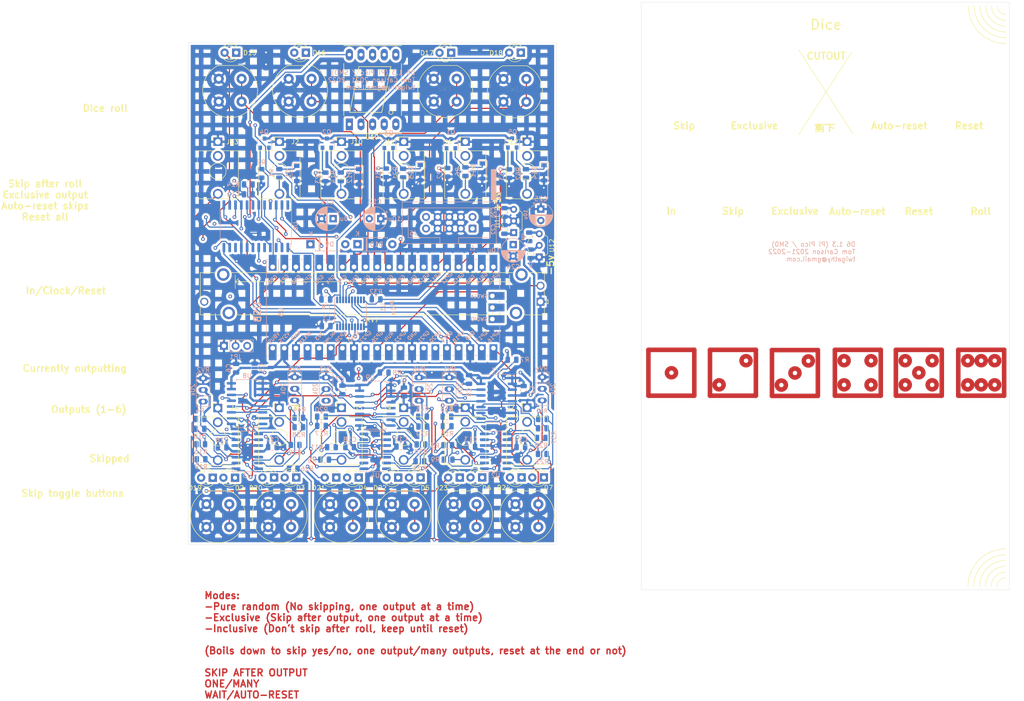
<source format=kicad_pcb>
(kicad_pcb (version 20211014) (generator pcbnew)
  (layers (0 "F.Cu" signal) (1 "In1.Cu" power) (2 "In2.Cu" power) (31 "B.Cu" signal) (34 "B.Paste" user) (35 "F.Paste" user) (36 "B.SilkS" user "B.Silkscreen") (37 "F.SilkS" user "F.Silkscreen") (38 "B.Mask" user) (39 "F.Mask" user) (44 "Edge.Cuts" user))
  (net 0 "")
  (net 1 "+12V")
  (net 2 "Earth")
  (net 3 "-12V")
  (net 4 "+5V")
  (net 5 "-5V")
  (net 6 "Net-(D1-Pad1)")
  (net 7 "Net-(D9-Pad2)")
  (net 8 "Net-(D10-Pad1)")
  (net 9 "Net-(D11-Pad1)")
  (net 10 "Net-(D12-Pad1)")
  (net 11 "Net-(D13-Pad1)")
  (net 12 "Net-(D14-Pad1)")
  (net 13 "+3V3")
  (net 14 "EXT_AUTO_RESET_SKIPS")
  (net 15 "EXT_EXCLUSIVE_OUTPUT")
  (net 16 "EXT_SKIP_AFTER_ROLL")
  (net 17 "EXT_CLOCK")
  (net 18 "EXT_RESET")
  (net 20 "Net-(U5-Pad18)")
  (net 21 "Net-(U5-Pad17)")
  (net 22 "SCL_0")
  (net 23 "SDA_0")
  (net 24 "CE_0")
  (net 25 "Net-(U5-Pad13)")
  (net 27 "CE_0_3v3")
  (net 29 "DIN_3v3")
  (net 30 "SDA_0_3v3")
  (net 31 "SCL_0_3v3")
  (net 32 "CLOCK_3v3")
  (net 33 "LOAD_3v3")
  (net 36 "SEG_D")
  (net 37 "SEG_DP")
  (net 38 "SEG_E")
  (net 39 "SEG_C")
  (net 40 "Net-(R24-Pad2)")
  (net 41 "SEG_G")
  (net 42 "SEG_B")
  (net 43 "SEG_F")
  (net 44 "SEG_A")
  (net 45 "OUTPUT_LEDS")
  (net 48 "CONFIG_LEDS")
  (net 49 "SKIP_LEDS")
  (net 52 "DICE_DISPLAY")
  (net 53 "Net-(R37-Pad1)")
  (net 54 "Net-(R28-Pad1)")
  (net 55 "Net-(R18-Pad1)")
  (net 56 "Net-(R9-Pad1)")
  (net 57 "Net-(R7-Pad1)")
  (net 58 "Net-(R38-Pad1)")
  (net 59 "Net-(R29-Pad1)")
  (net 60 "Net-(R19-Pad1)")
  (net 61 "Net-(R10-Pad1)")
  (net 62 "Net-(R39-Pad1)")
  (net 63 "Net-(R30-Pad1)")
  (net 64 "Net-(R20-Pad1)")
  (net 65 "Net-(R11-Pad1)")
  (net 66 "Net-(R8-Pad1)")
  (net 67 "SKIP_AFTER_ROLL")
  (net 68 "SKIP_1")
  (net 69 "SKIP_4")
  (net 70 "EXCLUSIVE_OUTPUTS")
  (net 71 "SKIP_2")
  (net 72 "SKIP_5")
  (net 73 "AUTO_RESET")
  (net 74 "SKIP_3")
  (net 75 "SKIP_6")
  (net 76 "RESET_NOW")
  (net 77 "Net-(J1-PadT)")
  (net 78 "Net-(J2-PadT)")
  (net 79 "Net-(J3-PadT)")
  (net 80 "Net-(J4-PadT)")
  (net 81 "Net-(J5-PadT)")
  (net 82 "Net-(J7-PadT)")
  (net 83 "Net-(J8-PadT)")
  (net 84 "Net-(J9-PadT)")
  (net 85 "Net-(J10-PadT)")
  (net 86 "Net-(J11-PadT)")
  (net 87 "Net-(J12-PadT)")
  (net 88 "INPUT")
  (net 90 "ZERO_CROSSING")
  (net 91 "Net-(R3-Pad2)")
  (net 92 "Net-(R4-Pad2)")
  (net 93 "Net-(R5-Pad2)")
  (net 94 "Net-(R9-Pad2)")
  (net 95 "Net-(R10-Pad2)")
  (net 96 "Net-(R11-Pad2)")
  (net 97 "Net-(R15-Pad1)")
  (net 98 "Net-(R16-Pad1)")
  (net 99 "Net-(R17-Pad1)")
  (net 100 "Net-(R25-Pad1)")
  (net 101 "Net-(R26-Pad1)")
  (net 102 "Net-(R27-Pad1)")
  (net 103 "Net-(R37-Pad2)")
  (net 104 "Net-(R38-Pad2)")
  (net 105 "Net-(R39-Pad2)")
  (net 106 "Net-(R43-Pad2)")
  (net 107 "Net-(R44-Pad2)")
  (net 108 "Net-(R45-Pad2)")
  (net 109 "SHIFTER_OE")
  (net 110 "RIG_THE_DICE")
  (footprint "Package_TO_SOT_THT:TO-92_Inline_Wide" (layer "F.Cu") (at 172.57776 84.44484 90)
    (fp_text reference "U11")
    (fp_text value "MC78L05")
  )
  (footprint "Package_TO_SOT_THT:TO-92_Inline_Wide" (layer "F.Cu") (at 178.16 89.78138 90)
    (fp_text reference "U12")
    (fp_text value "MC7905")
  )
  (footprint "RS:SW_D6R90_F1_LFS" (layer "F.Cu") (at 110.5916 53.2892)
    (fp_text reference "SW1")
    (fp_text value "SW_SPST")
  )
  (footprint "RS:SW_D6R90_F1_LFS" (layer "F.Cu") (at 107.8992 146.3548)
    (fp_text reference "SW2")
    (fp_text value "SW_SPST")
  )
  (footprint "RS:SW_D6R90_F1_LFS" (layer "F.Cu") (at 148.4376 146.3548)
    (fp_text reference "SW3")
    (fp_text value "SW_SPST")
  )
  (footprint "RS:SW_D6R90_F1_LFS" (layer "F.Cu") (at 121.412 146.3548)
    (fp_text reference "SW5")
    (fp_text value "SW_SPST")
  )
  (footprint "RS:SW_D6R90_F1_LFS" (layer "F.Cu") (at 161.9504 146.3548)
    (fp_text reference "SW6")
    (fp_text value "SW_SPST")
  )
  (footprint "RS:SW_D6R90_F1_LFS" (layer "F.Cu") (at 157.607 53.2892)
    (fp_text reference "SW7")
    (fp_text value "SW_SPST")
  )
  (footprint "RS:SW_D6R90_F1_LFS" (layer "F.Cu") (at 134.9248 146.3548)
    (fp_text reference "SW8")
    (fp_text value "SW_SPST")
  )
  (footprint "RS:SW_D6R90_F1_LFS" (layer "F.Cu") (at 175.4632 146.3548)
    (fp_text reference "SW9")
    (fp_text value "SW_SPST")
  )
  (footprint "RS:SW_D6R90_F1_LFS" (layer "F.Cu") (at 172.847 53.34)
    (fp_text reference "SW10")
    (fp_text value "SW_SPST")
  )
  (footprint "Connector_Audio:Jack_3.5mm_QingPu_WQP-PJ398SM_Vertical_CircularHoles" (layer "F.Cu") (at 162.0012 64.5668)
    (fp_text reference "J1")
    (fp_text value "AudioJack2")
  )
  (footprint "Connector_Audio:Jack_3.5mm_QingPu_WQP-PJ398SM_Vertical_CircularHoles" (layer "F.Cu") (at 107.8865 122.839)
    (fp_text reference "J4")
    (fp_text value "AudioJack2")
  )
  (footprint "Connector_Audio:Jack_3.5mm_QingPu_WQP-PJ398SM_Vertical_CircularHoles" (layer "F.Cu") (at 134.9375 122.7755)
    (fp_text reference "J5")
    (fp_text value "AudioJack2")
  )
  (footprint "Connector_Audio:Jack_3.5mm_QingPu_WQP-PJ398SM_Vertical_CircularHoles" (layer "F.Cu") (at 175.514 122.75566)
    (fp_text reference "J7")
    (fp_text value "AudioJack2")
  )
  (footprint "Connector_Audio:Jack_3.5mm_QingPu_WQP-PJ398SM_Vertical_CircularHoles" (layer "F.Cu") (at 121.32056 122.7755)
    (fp_text reference "J8")
    (fp_text value "AudioJack2")
  )
  (footprint "Connector_Audio:Jack_3.5mm_QingPu_WQP-PJ398SM_Vertical_CircularHoles" (layer "F.Cu") (at 148.5265 122.7755)
    (fp_text reference "J9")
    (fp_text value "AudioJack2")
  )
  (footprint "Connector_Audio:Jack_3.5mm_QingPu_WQP-PJ398SM_Vertical_CircularHoles" (layer "F.Cu") (at 134.9248 64.5668)
    (fp_text reference "J10")
    (fp_text value "AudioJack2")
  )
  (footprint "Connector_Audio:Jack_3.5mm_QingPu_WQP-PJ398SM_Vertical_CircularHoles" (layer "F.Cu") (at 175.50384 64.5668)
    (fp_text reference "J12")
    (fp_text value "AudioJack2")
  )
  (footprint "Connector_Audio:Jack_3.5mm_QingPu_WQP-PJ398SM_Vertical_CircularHoles" (layer "F.Cu") (at 148.5392 64.5668)
    (fp_text reference "J11")
    (fp_text value "AudioJack2")
  )
  (footprint "Connector_Audio:Jack_3.5mm_QingPu_WQP-PJ398SM_Vertical_CircularHoles" (layer "F.Cu") (at 107.8992 64.5656)
    (fp_text reference "J13")
    (fp_text value "AudioJack2_SwitchT")
  )
  (footprint "RS:SW_D6R90_F1_LFS" (layer "F.Cu") (at 125.8824 53.2892)
    (fp_text reference "SW4")
    (fp_text value "SW_SPST")
  )
  (footprint "Connector_Audio:Jack_3.5mm_QingPu_WQP-PJ398SM_Vertical_CircularHoles" (layer "F.Cu") (at 121.3612 64.5668)
    (fp_text reference "J2")
    (fp_text value "AudioJack2")
  )
  (footprint "Connector_Audio:Jack_3.5mm_QingPu_WQP-PJ398SM_Vertical_CircularHoles" (layer "F.Cu") (at 161.9885 122.757)
    (fp_text reference "J3")
    (fp_text value "AudioJack2")
  )
  (footprint "Display_7Segment:7SegmentLED_LTS6760_LTS6780" (layer "F.Cu") (at 136.652 60.7568 90)
    (fp_text reference "U10")
    (fp_text value "KCSA02-107")
  )
  (footprint "" (layer "F.Cu") (at 231.6988 138.6332 90)
    (fp_text reference "@HOLE0" hide)
    (fp_text value "")
  )
  (footprint "" (layer "F.Cu") (at 245.2116 138.6332 90)
    (fp_text reference "@HOLE0" hide)
    (fp_text value "")
  )
  (footprint "" (layer "F.Cu") (at 222.9104 138.6332 90)
    (fp_text reference "@HOLE0" hide)
    (fp_text value "")
  )
  (footprint "" (layer "F.Cu") (at 236.5756 138.6332 90)
    (fp_text reference "@HOLE0" hide)
    (fp_text value "")
  )
  (footprint "MountingHole:MountingHole_3.2mm_M3" (layer "F.Cu") (at 207.0481 129.9083)
    (fp_text reference "REF**" hide)
    (fp_text value "MountingHole_3.2mm_M3")
  )
  (footprint "MountingHole:MountingHole_3.2mm_M3" (layer "F.Cu") (at 215.4936 37.0332)
    (fp_text reference "REF**" hide)
    (fp_text value "MountingHole_3.2mm_M3")
  )
  (footprint "MountingHole:MountingHole_3.2mm_M3" (layer "F.Cu") (at 266.0396 37.0332)
    (fp_text reference "REF**" hide)
    (fp_text value "MountingHole_3.2mm_M3")
  )
  (footprint "MountingHole:MountingHole_3.2mm_M3" (layer "F.Cu") (at 215.4936 159.5628)
    (fp_text reference "REF**" hide)
    (fp_text value "MountingHole_3.2mm_M3")
  )
  (footprint "" (layer "F.Cu") (at 272.0594 45.6946 90)
    (fp_text reference "@HOLE0" hide)
    (fp_text value "")
  )
  (footprint "MountingHole:MountingHole_3.2mm_M3" (layer "F.Cu") (at 266.0396 159.5628)
    (fp_text reference "REF**" hide)
    (fp_text value "MountingHole_3.2mm_M3")
  )
  (footprint "MountingHole:MountingHole_3.2mm_M3" (layer "F.Cu") (at 274.6756 129.7813)
    (fp_text reference "REF**" hide)
    (fp_text value "MountingHole_3.2mm_M3")
  )
  (footprint "" (layer "F.Cu") (at 272.1991 138.6078 90)
    (fp_text reference "@HOLE0" hide)
    (fp_text value "")
  )
  (footprint "" (layer "F.Cu") (at 277.0886 138.6078 90)
    (fp_text reference "@HOLE0" hide)
    (fp_text value "")
  )
  (footprint "" (layer "F.Cu") (at 263.5631 138.6078 90)
    (fp_text reference "@HOLE0" hide)
    (fp_text value "")
  )
  (footprint "" (layer "F.Cu") (at 258.6736 138.6078 90)
    (fp_text reference "@HOLE0" hide)
    (fp_text value "")
  )
  (footprint "" (layer "F.Cu") (at 250.1392 138.6332 90)
    (fp_text reference "@HOLE0" hide)
    (fp_text value "")
  )
  (footprint "" (layer "F.Cu") (at 218.0844 138.6332 90)
    (fp_text reference "@HOLE0" hide)
    (fp_text value "")
  )
  (footprint "" (layer "F.Cu") (at 209.8294 45.6438 90)
    (fp_text reference "@HOLE0" hide)
    (fp_text value "")
  )
  (footprint "" (layer "F.Cu") (at 225.0694 45.6438 90)
    (fp_text reference "@HOLE0" hide)
    (fp_text value "")
  )
  (footprint "" (layer "F.Cu") (at 209.55 138.684 90)
    (fp_text reference "@HOLE0" hide)
    (fp_text value "")
  )
  (footprint "" (layer "F.Cu") (at 256.7686 45.6946 90)
    (fp_text reference "@HOLE0" hide)
    (fp_text value "")
  )
  (footprint "" (layer "F.Cu") (at 204.6732 138.6332 90)
    (fp_text reference "@HOLE0" hide)
    (fp_text value "")
  )
  (footprint "MountingHole:MountingHole_3.2mm_M3" (layer "F.Cu") (at 261.1501 129.7813)
    (fp_text reference "REF**" hide)
    (fp_text value "MountingHole_3.2mm_M3")
  )
  (footprint "MountingHole:MountingHole_3.2mm_M3" (layer "F.Cu") (at 220.5101 129.8448)
    (fp_text reference "REF**" hide)
    (fp_text value "MountingHole_3.2mm_M3")
  )
  (footprint "MountingHole:MountingHole_3.2mm_M3" (layer "F.Cu") (at 234.0991 129.8448)
    (fp_text reference "REF**" hide)
    (fp_text value "MountingHole_3.2mm_M3")
  )
  (footprint "MountingHole:MountingHole_3.2mm_M3" (layer "F.Cu") (at 247.6881 129.8448)
    (fp_text reference "REF**" hide)
    (fp_text value "MountingHole_3.2mm_M3")
  )
  (footprint "MountingHole:MountingHole_3.2mm_M3" (layer "F.Cu") (at 220.5101 71.6153)
    (fp_text reference "REF**" hide)
    (fp_text value "MountingHole_3.2mm_M3")
  )
  (footprint "MountingHole:MountingHole_3.2mm_M3" (layer "F.Cu") (at 207.0481 71.6153)
    (fp_text reference "REF**" hide)
    (fp_text value "MountingHole_3.2mm_M3")
  )
  (footprint "MountingHole:MountingHole_3.2mm_M3" (layer "F.Cu") (at 274.6756 71.6153)
    (fp_text reference "REF**" hide)
    (fp_text value "MountingHole_3.2mm_M3")
  )
  (footprint "MountingHole:MountingHole_3.2mm_M3" (layer "F.Cu") (at 261.1501 71.6153)
    (fp_text reference "REF**" hide)
    (fp_text value "MountingHole_3.2mm_M3")
  )
  (footprint "MountingHole:MountingHole_3.2mm_M3" (layer "F.Cu") (at 247.6881 71.6153)
    (fp_text reference "REF**" hide)
    (fp_text value "MountingHole_3.2mm_M3")
  )
  (footprint "MountingHole:MountingHole_3.2mm_M3" (layer "F.Cu") (at 234.0991 71.6153)
    (fp_text reference "REF**" hide)
    (fp_text value "MountingHole_3.2mm_M3")
  )
  (footprint "MountingHole:MountingHole_6mm" (layer "F.Cu") (at 256.7686 53.848)
    (fp_text reference "2" hide)
    (fp_text value "MountingHole_6mm")
  )
  (footprint "MountingHole:MountingHole_6mm" (layer "F.Cu") (at 225.044 53.848)
    (fp_text reference "2" hide)
    (fp_text value "MountingHole_6mm")
  )
  (footprint "MountingHole:MountingHole_6mm" (layer "F.Cu") (at 261.1501 146.9136)
    (fp_text reference "2" hide)
    (fp_text value "MountingHole_6mm")
  )
  (footprint "MountingHole:MountingHole_6mm" (layer "F.Cu") (at 272.0086 53.8988)
    (fp_text reference "2" hide)
    (fp_text value "MountingHole_6mm")
  )
  (footprint "MountingHole:MountingHole_6mm" (layer "F.Cu") (at 209.7786 53.8353)
    (fp_text reference "2" hide)
    (fp_text value "MountingHole_6mm")
  )
  (footprint "MountingHole:MountingHole_6mm" (layer "F.Cu") (at 207.0481 146.9263)
    (fp_text reference "2" hide)
    (fp_text value "MountingHole_6mm")
  )
  (footprint "MountingHole:MountingHole_6mm" (layer "F.Cu") (at 220.5736 146.9263)
    (fp_text reference "2" hide)
    (fp_text value "MountingHole_6mm")
  )
  (footprint "MountingHole:MountingHole_6mm" (layer "F.Cu") (at 234.0991 146.9263)
    (fp_text reference "2" hide)
    (fp_text value "MountingHole_6mm")
  )
  (footprint "MountingHole:MountingHole_6mm" (layer "F.Cu") (at 247.6246 146.9263)
    (fp_text reference "2" hide)
    (fp_text value "MountingHole_6mm")
  )
  (footprint "MountingHole:MountingHole_6mm" (layer "F.Cu") (at 274.6756 146.9644)
    (fp_text reference "2" hide)
    (fp_text value "MountingHole_6mm")
  )
  (footprint "Potentiometer_THT:Potentiometer_Bourns_PTA6043_Single_Slide" (layer "F.Cu") (at 178.435 99.568 180)
    (fp_text reference "RV7")
    (fp_text value "10k")
  )
  (footprint "MountingHole:MountingHole_3.2mm_M3" (layer "F.Cu") (at 240.411 98.171)
    (fp_text reference "REF**" hide)
    (fp_text value "MountingHole_3.2mm_M3")
  )
  (footprint "LED_THT:LED_D3.0mm" (layer "F.Cu") (at 133.8045 138.049 180)
    (fp_text reference "D21")
    (fp_text value "LED")
  )
  (footprint "LED_THT:LED_D3.0mm" (layer "F.Cu") (at 179.1816 138.0236 180)
    (fp_text reference "D7")
    (fp_text value "LED")
  )
  (footprint "LED_THT:LED_D3.0mm" (layer "F.Cu") (at 106.7816 138.0744 180)
    (fp_text reference "D19")
    (fp_text value "LED")
  )
  (footprint "LED_THT:LED_D3.0mm" (layer "F.Cu") (at 152.2195 138.049 180)
    (fp_text reference "D5")
    (fp_text value "LED")
  )
  (footprint "LED_THT:LED_D3.0mm" (layer "F.Cu") (at 174.3048 138.0236 180)
    (fp_text reference "D24")
    (fp_text value "LED")
  )
  (footprint "LED_THT:LED_D3.0mm" (layer "F.Cu") (at 160.792 138.049 180)
    (fp_text reference "D23")
    (fp_text value "LED")
  )
  (footprint "LED_THT:LED_D3.0mm" (layer "F.Cu") (at 127.1524 45.085 180)
    (fp_text reference "D16")
    (fp_text value "LED")
  )
  (footprint "LED_THT:LED_D3.0mm" (layer "F.Cu") (at 165.6815 138.0236 180)
    (fp_text reference "D6")
    (fp_text value "LED")
  )
  (footprint "LED_THT:LED_D3.0mm" (layer "F.Cu") (at 111.6584 138.0744 180)
    (fp_text reference "D2")
    (fp_text value "LED")
  )
  (footprint "LED_THT:LED_D3.0mm" (layer "F.Cu") (at 125.0415 138.0363 180)
    (fp_text reference "D3")
    (fp_text value "LED")
  )
  (footprint "LED_THT:LED_D3.0mm" (layer "F.Cu") (at 120.1901 138.0363 180)
    (fp_text reference "D20")
    (fp_text value "LED")
  )
  (footprint "LED_THT:LED_D3.0mm" (layer "F.Cu") (at 111.9124 45.085 180)
    (fp_text reference "D15")
    (fp_text value "LED")
  )
  (footprint "LED_THT:LED_D3.0mm" (layer "F.Cu") (at 174.1424 45.085 180)
    (fp_text reference "D18")
    (fp_text value "LED")
  )
  (footprint "LED_THT:LED_D3.0mm" (layer "F.Cu") (at 147.33 138.049 180)
    (fp_text reference "D22")
    (fp_text value "LED")
  )
  (footprint "LED_THT:LED_D3.0mm" (layer "F.Cu") (at 138.694 138.049 180)
    (fp_text reference "D4")
    (fp_text value "LED")
  )
  (footprint "LED_THT:LED_D3.0mm" (layer "F.Cu") (at 158.9024 45.1104 180)
    (fp_text reference "D17")
    (fp_text value "LED")
  )
  (footprint "Capacitor_SMD:C_0805_2012Metric" (layer "B.Cu") (at 163.195 131.318)
    (fp_text reference "C13")
    (fp_text value "100n")
  )
  (footprint "Capacitor_SMD:C_0805_2012Metric" (layer "B.Cu") (at 174.14494 131.3815 180)
    (fp_text reference "C14")
    (fp_text value "100n")
  )
  (footprint "Capacitor_SMD:C_0805_2012Metric" (layer "B.Cu") (at 108.839 131.445)
    (fp_text reference "C16")
    (fp_text value "100n")
  )
  (footprint "Capacitor_SMD:C_0805_2012Metric" (layer "B.Cu") (at 119.8245 131.3815 180)
    (fp_text reference "C17")
    (fp_text value "100n")
  )
  (footprint "Capacitor_SMD:C_0805_2012Metric" (layer "B.Cu") (at 136.7155 131.3815)
    (fp_text reference "C18")
    (fp_text value "100n")
  )
  (footprint "Capacitor_SMD:C_0805_2012Metric" (layer "B.Cu") (at 147.8915 131.2545 180)
    (fp_text reference "C19")
    (fp_text value "100n")
  )
  (footprint "Capacitor_SMD:C_0805_2012Metric" (layer "B.Cu") (at 170.5483 80.03794 -90)
    (fp_text reference "C20")
    (fp_text value "100n")
  )
  (footprint "Capacitor_SMD:C_0805_2012Metric" (layer "B.Cu") (at 176.276 89.09304 -90)
    (fp_text reference "C21")
    (fp_text value "100n")
  )
  (footprint "Capacitor_SMD:C_0805_2012Metric" (layer "B.Cu") (at 170.54322 83.7565 90)
    (fp_text reference "C22")
    (fp_text value "100n")
  )
  (footprint "Capacitor_SMD:C_0805_2012Metric" (layer "B.Cu") (at 175.97628 85.37956 -90)
    (fp_text reference "C23")
    (fp_text value "100n")
  )
  (footprint "Capacitor_THT:CP_Radial_D5.0mm_P2.50mm" (layer "B.Cu") (at 172.466 87.08898 -90)
    (fp_text reference "C24")
    (fp_text value "10u")
  )
  (footprint "Capacitor_THT:CP_Radial_D5.0mm_P2.50mm" (layer "B.Cu") (at 178.5112 79.2988 -90)
    (fp_text reference "C25")
    (fp_text value "10u")
  )
  (footprint "Diode_SMD:D_SOD-123" (layer "B.Cu") (at 125.1331 71.5137 -90)
    (fp_text reference "D1")
    (fp_text value "1N4148")
  )
  (footprint "Diode_THT:D_A-405_P7.62mm_Horizontal" (layer "B.Cu") (at 128.143 86.995)
    (fp_text reference "D9")
    (fp_text value "D_Schottky")
  )
  (footprint "Diode_THT:D_A-405_P7.62mm_Horizontal" (layer "B.Cu") (at 138.43 86.995)
    (fp_text reference "D10")
    (fp_text value "D_Schottky")
  )
  (footprint "Diode_SMD:D_SOD-123" (layer "B.Cu") (at 165.7223 70.993 -90)
    (fp_text reference "D11")
    (fp_text value "1N4148")
  )
  (footprint "Diode_SMD:D_SOD-123" (layer "B.Cu") (at 138.7094 72.2249 -90)
    (fp_text reference "D12")
    (fp_text value "1N4148")
  )
  (footprint "Diode_SMD:D_SOD-123" (layer "B.Cu") (at 152.1587 71.3105 -90)
    (fp_text reference "D13")
    (fp_text value "1N4148")
  )
  (footprint "Diode_SMD:D_SOD-123" (layer "B.Cu") (at 179.2097 71.3867 -90)
    (fp_text reference "D14")
    (fp_text value "1N4148")
  )
  (footprint "Connector_IDC:IDC-Header_2x05_P2.54mm_Vertical" (layer "B.Cu") (at 163.576 83.566 90)
    (fp_text reference "J6")
    (fp_text value "Conn_02x05_Odd_Even")
  )
  (footprint "Package_TO_SOT_SMD:SOT-23" (layer "B.Cu") (at 158.8516 64.97828 90)
    (fp_text reference "Q1")
    (fp_text value "MMBT3904")
  )
  (footprint "Package_TO_SOT_SMD:SOT-23" (layer "B.Cu") (at 145.2499 64.9224 90)
    (fp_text reference "Q3")
    (fp_text value "MMBT3904")
  )
  (footprint "Package_TO_SOT_SMD:SOT-23" (layer "B.Cu") (at 118.11 64.8716 90)
    (fp_text reference "Q4")
    (fp_text value "MMBT3904")
  )
  (footprint "Package_TO_SOT_SMD:SOT-23" (layer "B.Cu") (at 172.2628 64.8208 90)
    (fp_text reference "Q5")
    (fp_text value "MMBT3904")
  )
  (footprint "Package_SO:TSSOP-20_4.4x6.5mm_P0.65mm" (layer "B.Cu") (at 136.906 102.108 -90)
    (fp_text reference "U5")
    (fp_text value "TXS0108EPW")
  )
  (footprint "Package_SO:SOIC-24W_7.5x15.4mm_P1.27mm" (layer "B.Cu") (at 116.205 83.058 90)
    (fp_text reference "U6")
    (fp_text value "MAX7219ENG+")
  )
  (footprint "RS:SOIC-16_4.55x10.3mm_P1.27mm_LONGPADS" (layer "B.Cu") (at 168.8465 120.7135 180)
    (fp_text reference "U7")
    (fp_text value "ds1882z-050+")
  )
  (footprint "RS:SOIC-16_4.55x10.3mm_P1.27mm_LONGPADS" (layer "B.Cu") (at 114.28984 121.86412 180)
    (fp_text reference "U8")
    (fp_text value "ds1882z-050+")
  )
  (footprint "RS:SOIC-16_4.55x10.3mm_P1.27mm_LONGPADS" (layer "B.Cu") (at 142.32128 122.21464 180)
    (fp_text reference "U9")
    (fp_text value "ds1882z-050+")
  )
  (footprint "Capacitor_SMD:C_0805_2012Metric" (layer "B.Cu") (at 174.752 118.9505 -90)
    (fp_text reference "C2")
    (fp_text value "100n")
  )
  (footprint "Capacitor_SMD:C_0805_2012Metric" (layer "B.Cu") (at 115.951 114.046 -90)
    (fp_text reference "C3")
    (fp_text value "100n")
  )
  (footprint "Capacitor_SMD:C_0805_2012Metric" (layer "B.Cu") (at 148.59 119.3015 90)
    (fp_text reference "C4")
    (fp_text value "100n")
  )
  (footprint "Capacitor_SMD:C_0805_2012Metric" (layer "B.Cu") (at 162.814 116.586 90)
    (fp_text reference "C5")
    (fp_text value "100n")
  )
  (footprint "Capacitor_SMD:C_0805_2012Metric" (layer "B.Cu") (at 111.887 114.1095 -90)
    (fp_text reference "C6")
    (fp_text value "100n")
  )
  (footprint "Capacitor_SMD:C_0805_2012Metric" (layer "B.Cu") (at 135.128 118.872 90)
    (fp_text reference "C7")
    (fp_text value "100n")
  )
  (footprint "Capacitor_SMD:C_0805_2012Metric" (layer "B.Cu") (at 114.554 76.073)
    (fp_text reference "C11")
    (fp_text value "100n")
  )
  (footprint "Capacitor_THT:CP_Radial_D5.0mm_P2.50mm" (layer "B.Cu") (at 143.51 81.407 180)
    (fp_text reference "C12")
    (fp_text value "10u")
  )
  (footprint "Capacitor_THT:CP_Radial_D5.0mm_P2.50mm" (layer "B.Cu") (at 133.096 81.407 180)
    (fp_text reference "C15")
    (fp_text value "10u")
  )
  (footprint "Connector_PinHeader_2.54mm:PinHeader_1x03_P2.54mm_Vertical" (layer "B.Cu") (at 109.235 109.22 -90)
    (fp_text reference "JP1")
    (fp_text value "Jumper_3_Bridged12")
  )
  (footprint "Resistor_SMD:R_0805_2012Metric" (layer "B.Cu") (at 121.3358 71.501 -90)
    (fp_text reference "R1")
    (fp_text value "10k")
  )
  (footprint "Resistor_SMD:R_0805_2012Metric" (layer "B.Cu") (at 158.242 134.112 180)
    (fp_text reference "R3")
    (fp_text value "1k")
  )
  (footprint "Resistor_SMD:R_0805_2012Metric" (layer "B.Cu") (at 104.02316 125.222)
    (fp_text reference "R4")
    (fp_text value "1k")
  )
  (footprint "Resistor_SMD:R_0805_2012Metric" (layer "B.Cu") (at 131.2395 134.112 180)
    (fp_text reference "R5")
    (fp_text value "1k")
  )
  (footprint "Resistor_SMD:R_0805_2012Metric" (layer "B.Cu") (at 162.0266 71.11238 -90)
    (fp_text reference "R6")
    (fp_text value "10k")
  )
  (footprint "Resistor_SMD:R_0805_2012Metric" (layer "B.Cu") (at 172.212 112.268 180)
    (fp_text reference "R7")
    (fp_text value "4k7")
  )
  (footprint "Resistor_SMD:R_0805_2012Metric" (layer "B.Cu") (at 144.272 115.062 180)
    (fp_text reference "R8")
    (fp_text value "4k7")
  )
  (footprint "Resistor_SMD:R_0805_2012Metric" (layer "B.Cu") (at 158.16834 130.95478)
    (fp_text reference "R9")
    (fp_text value "3.9k")
  )
  (footprint "Resistor_SMD:R_0805_2012Metric" (layer "B.Cu") (at 104.00284 127.381)
    (fp_text reference "R10")
    (fp_text value "3.9k")
  )
  (footprint "Resistor_SMD:R_0805_2012Metric" (layer "B.Cu") (at 132.7404 131.3942)
    (fp_text reference "R11")
    (fp_text value "3.9k")
  )
  (footprint "Resistor_SMD:R_0805_2012Metric" (layer "B.Cu") (at 134.7724 72.2376 -90)
    (fp_text reference "R14")
    (fp_text value "10k")
  )
  (footprint "Resistor_SMD:R_0805_2012Metric" (layer "B.Cu") (at 158.0365 126.8095)
    (fp_text reference "R15")
    (fp_text value "10k")
  )
  (footprint "Resistor_SMD:R_0805_2012Metric" (layer "B.Cu") (at 104.16032 130.74904)
    (fp_text reference "R16")
    (fp_text value "10k")
  )
  (footprint "Resistor_SMD:R_0805_2012Metric" (layer "B.Cu") (at 130.556 126.746)
    (fp_text reference "R17")
    (fp_text value "10k")
  )
  (footprint "Resistor_SMD:R_0805_2012Metric" (layer "B.Cu") (at 157.988 124.714 180)
    (fp_text reference "R18")
    (fp_text value "3.9k")
  )
  (footprint "Resistor_SMD:R_0805_2012Metric" (layer "B.Cu") (at 104.2289 134.02818)
    (fp_text reference "R19")
    (fp_text value "3.9k")
  )
  (footprint "Resistor_SMD:R_0805_2012Metric" (layer "B.Cu") (at 130.556 124.714 180)
    (fp_text reference "R20")
    (fp_text value "3.9k")
  )
  (footprint "Resistor_SMD:R_0805_2012Metric" (layer "B.Cu") (at 148.3995 71.4248 -90)
    (fp_text reference "R21")
    (fp_text value "10k")
  )
  (footprint "Resistor_SMD:R_0805_2012Metric" (layer "B.Cu") (at 158.0388 71.2597 -90)
    (fp_text reference "R22")
    (fp_text value "10k")
  )
  (footprint "Resistor_SMD:R_0805_2012Metric" (layer "B.Cu") (at 131.4069 72.263 -90)
    (fp_text reference "R23")
    (fp_text value "10k")
  )
  (footprint "Resistor_SMD:R_0805_2012Metric" (layer "B.Cu") (at 114.554 73.914 180)
    (fp_text reference "R24")
    (fp_text value "9.53k")
  )
  (footprint "Resistor_SMD:R_0805_2012Metric" (layer "B.Cu") (at 178.82616 132.88264)
    (fp_text reference "R25")
    (fp_text value "10k")
  )
  (footprint "Resistor_SMD:R_0805_2012Metric" (layer "B.Cu") (at 124.3711 136.11098)
    (fp_text reference "R26")
    (fp_text value "10k")
  )
  (footprint "Resistor_SMD:R_0805_2012Metric" (layer "B.Cu") (at 152.06218 134.4549)
    (fp_text reference "R27")
    (fp_text value "10k")
  )
  (footprint "Resistor_SMD:R_0805_2012Metric" (layer "B.Cu") (at 178.6001 129.3622)
    (fp_text reference "R28")
    (fp_text value "3.9k")
  )
  (footprint "Resistor_SMD:R_0805_2012Metric" (layer "B.Cu") (at 124.7902 130.90652)
    (fp_text reference "R29")
    (fp_text value "3.9k")
  )
  (footprint "Resistor_SMD:R_0805_2012Metric" (layer "B.Cu") (at 152.31364 130.79476)
    (fp_text reference "R30")
    (fp_text value "3.9k")
  )
  (footprint "Resistor_SMD:R_0805_2012Metric" (layer "B.Cu") (at 144.6276 71.3613 -90)
    (fp_text reference "R31")
    (fp_text value "10k")
  )
  (footprint "Resistor_SMD:R_0805_2012Metric" (layer "B.Cu") (at 178.83886 127.254)
    (fp_text reference "R37")
    (fp_text value "3.9k")
  )
  (footprint "Resistor_SMD:R_0805_2012Metric" (layer "B.Cu") (at 125.603 127.02794)
    (fp_text reference "R38")
    (fp_text value "3.9k")
  )
  (footprint "Resistor_SMD:R_0805_2012Metric" (layer "B.Cu") (at 152.7025 126.873)
    (fp_text reference "R39")
    (fp_text value "3.9k")
  )
  (footprint "Resistor_SMD:R_0805_2012Metric" (layer "B.Cu") (at 178.87442 125.222)
    (fp_text reference "R43")
    (fp_text value "1k")
  )
  (footprint "Resistor_SMD:R_0805_2012Metric" (layer "B.Cu") (at 125.603 124.968)
    (fp_text reference "R44")
    (fp_text value "1k")
  )
  (footprint "Resistor_SMD:R_0805_2012Metric" (layer "B.Cu") (at 152.654 124.714)
    (fp_text reference "R45")
    (fp_text value "1k")
  )
  (footprint "Resistor_SMD:R_0805_2012Metric" (layer "B.Cu") (at 175.26 71.5264 -90)
    (fp_text reference "R52")
    (fp_text value "10k")
  )
  (footprint "Resistor_SMD:R_0805_2012Metric" (layer "B.Cu") (at 171.5516 71.5518 -90)
    (fp_text reference "R53")
    (fp_text value "10k")
  )
  (footprint "RS:SIP-3" (layer "B.Cu") (at 158.496 118.68404 90)
    (fp_text reference "RV1")
    (fp_text value "20k")
  )
  (footprint "RS:SIP-3" (layer "B.Cu") (at 131.572 118.68404 90)
    (fp_text reference "RV3")
    (fp_text value "20k")
  )
  (footprint "RS:SIP-3" (layer "B.Cu") (at 178.816 118.618 -90)
    (fp_text reference "RV4")
    (fp_text value "20k")
  )
  (footprint "RS:SIP-3" (layer "B.Cu") (at 124.714 118.618 -90)
    (fp_text reference "RV5")
    (fp_text value "20k")
  )
  (footprint "RS:SIP-3" (layer "B.Cu") (at 151.892 118.68404 -90)
    (fp_text reference "RV6")
    (fp_text value "20k")
  )
  (footprint "Package_SO:SOIC-14_3.9x8.7mm_P1.27mm" (layer "B.Cu") (at 168.64584 132.30098)
    (fp_text reference "U2")
    (fp_text value "TL074")
  )
  (footprint "Package_SO:SOIC-14_3.9x8.7mm_P1.27mm" (layer "B.Cu") (at 114.34318 132.3086)
    (fp_text reference "U3")
    (fp_text value "TL074")
  )
  (footprint "Package_SO:SOIC-14_3.9x8.7mm_P1.27mm" (layer "B.Cu") (at 142.31112 132.3086)
    (fp_text reference "U4")
    (fp_text value "TL074")
  )
  (footprint "Package_TO_SOT_SMD:SOT-23" (layer "B.Cu") (at 131.7244 64.8716 90)
    (fp_text reference "Q2")
    (fp_text value "MMBT3904")
  )
  (footprint "Resistor_SMD:R_0805_2012Metric" (layer "B.Cu") (at 117.3861 71.501 -90)
    (fp_text reference "R2")
    (fp_text value "10k")
  )
  (footprint "RS:SIP-3" (layer "B.Cu") (at 104.68356 118.872 90)
    (fp_text reference "RV2")
    (fp_text value "20k")
  )
  (footprint "Resistor_SMD:R_0805_2012Metric" (layer "B.Cu") (at 142.494 99.06 180)
    (fp_text reference "R32")
    (fp_text value "1k")
  )
  (footprint "Capacitor_SMD:C_0805_2012Metric" (layer "B.Cu") (at 131.506 99.06)
    (fp_text reference "C8")
    (fp_text value "100n")
  )
  (footprint "Capacitor_SMD:C_0805_2012Metric" (layer "B.Cu") (at 131.572 104.902)
    (fp_text reference "C1")
    (fp_text value "100n")
  )
  (footprint "Rasperry Pi Pico:RPi_Pico_SMD_TH" (layer "B.Cu") (at 144.018 100.838 -90)
    (fp_text reference "U1")
    (fp_text value "Pico")
  )
  (gr_circle (center 244.816599 117.7544) (end 245.3005 117.7544) (layer "F.Cu") (width 1) (fill none))
  (gr_circle (center 264.069799 112.4712) (end 264.5537 112.4712) (layer "F.Cu") (width 1) (fill none))
  (gr_circle (center 223.378999 112.4712) (end 223.8629 112.4712) (layer "F.Cu") (width 1) (fill none))
  (gr_circle (center 217.486199 117.7544) (end 217.9701 117.7544) (layer "F.Cu") (width 1) (fill none))
  (gr_circle (center 250.709399 117.7544) (end 251.1933 117.7544) (layer "F.Cu") (width 1) (fill none))
  (gr_line (start 279.8064 110.0963) (end 269.7734 110.0963) (layer "F.Cu") (width 1))
  (gr_circle (center 236.993399 112.522) (end 237.4773 112.522) (layer "F.Cu") (width 1) (fill none))
  (gr_circle (center 274.788599 112.4712) (end 275.2725 112.4712) (layer "F.Cu") (width 1) (fill none))
  (gr_line (start 279.8064 120.1293) (end 269.7734 120.1293) (layer "F.Cu") (width 1))
  (gr_circle (center 244.816599 112.4712) (end 245.3005 112.4712) (layer "F.Cu") (width 1) (fill none))
  (gr_circle (center 264.069799 117.7544) (end 264.5537 117.7544) (layer "F.Cu") (width 1) (fill none))
  (gr_circle (center 258.176999 112.4712) (end 258.6609 112.4712) (layer "F.Cu") (width 1) (fill none))
  (gr_line (start 266.1666 110.0963) (end 266.1666 120.1293) (layer "F.Cu") (width 1))
  (gr_circle (center 231.100599 117.8052) (end 231.5845 117.8052) (layer "F.Cu") (width 1) (fill none))
  (gr_line (start 279.8064 110.0963) (end 279.8064 120.1293) (layer "F.Cu") (width 1))
  (gr_circle (center 271.842199 112.4712) (end 272.3261 112.4712) (layer "F.Cu") (width 1) (fill none))
  (gr_circle (center 258.176999 117.7544) (end 258.6609 117.7544) (layer "F.Cu") (width 1) (fill none))
  (gr_line (start 269.7734 110.0963) (end 269.7734 120.1293) (layer "F.Cu") (width 1))
  (gr_circle (center 250.709399 112.4712) (end 251.1933 112.4712) (layer "F.Cu") (width 1) (fill none))
  (gr_line (start 212.0646 120.1293) (end 202.0316 120.1293) (layer "F.Cu") (width 1))
  (gr_line (start 202.0316 110.0963) (end 202.0316 120.1293) (layer "F.Cu") (width 1))
  (gr_line (start 212.0646 110.0963) (end 212.0646 120.1293) (layer "F.Cu") (width 1))
  (gr_line (start 266.1666 120.1293) (end 256.1336 120.1293) (layer "F.Cu") (width 1))
  (gr_line (start 242.7986 110.0963) (end 242.7986 120.1293) (layer "F.Cu") (width 1))
  (gr_line (start 225.5266 120.1293) (end 215.4936 120.1293) (layer "F.Cu") (width 1))
  (gr_line (start 252.8316 120.1293) (end 242.7986 120.1293) (layer "F.Cu") (width 1))
  (gr_line (start 252.8316 110.0963) (end 242.7986 110.0963) (layer "F.Cu") (width 1))
  (gr_line (start 225.5266 110.0963) (end 225.5266 120.1293) (layer "F.Cu") (width 1))
  (gr_line (start 225.5266 110.0963) (end 215.4936 110.0963) (layer "F.Cu") (width 1))
  (gr_line (start 215.4936 110.0963) (end 215.4936 120.1293) (layer "F.Cu") (width 1))
  (gr_line (start 239.0775 110.1471) (end 229.0445 110.1471) (layer "F.Cu") (width 1))
  (gr_line (start 229.0445 110.1471) (end 229.0445 120.1801) (layer "F.Cu") (width 1))
  (gr_circle (center 277.734999 112.4712) (end 278.2189 112.4712) (layer "F.Cu") (width 1) (fill none))
  (gr_line (start 256.1336 110.0963) (end 256.1336 120.1293) (layer "F.Cu") (width 1))
  (gr_circle (center 207.072199 115.1128) (end 207.5561 115.1128) (layer "F.Cu") (width 1) (fill none))
  (gr_circle (center 261.148799 115.1128) (end 261.6327 115.1128) (layer "F.Cu") (width 1) (fill none))
  (gr_line (start 239.0775 110.1471) (end 239.0775 120.1801) (layer "F.Cu") (width 1))
  (gr_circle (center 234.072399 115.1636) (end 234.5563 115.1636) (layer "F.Cu") (width 1) (fill none))
  (gr_circle (center 271.842199 117.7544) (end 272.3261 117.7544) (layer "F.Cu") (width 1) (fill none))
  (gr_line (start 252.8316 110.0963) (end 252.8316 120.1293) (layer "F.Cu") (width 1))
  (gr_circle (center 277.734999 117.7544) (end 278.2189 117.7544) (layer "F.Cu") (width 1) (fill none))
  (gr_line (start 212.0646 110.0963) (end 202.0316 110.0963) (layer "F.Cu") (width 1))
  (gr_circle (center 274.788599 117.7544) (end 275.2725 117.7544) (layer "F.Cu") (width 1) (fill none))
  (gr_line (start 239.0775 120.1801) (end 229.0445 120.1801) (layer "F.Cu") (width 1))
  (gr_line (start 266.1666 110.0963) (end 256.1336 110.0963) (layer "F.Cu") (width 1))
  (gr_poly (pts (xy 168.7322 70.612) (xy 167.64 70.612) (xy 167.64 77.343) (xy 168.7322 77.343)) (layer "B.SilkS") (width 0.1) (fill solid))
  (gr_arc (start 274.4343 161.8996) (mid 276.108185 157.858485) (end 280.1493 156.1846) (layer "F.SilkS") (width 0.12))
  (gr_arc (start 271.8943 161.8996) (mid 274.312134 156.062434) (end 280.1493 153.6446) (layer "F.SilkS") (width 0.12))
  (gr_arc (start 275.7043 161.8996) (mid 277.00621 158.75651) (end 280.1493 157.4546) (layer "F.SilkS") (width 0.12))
  (gr_arc (start 278.2443 161.8996) (mid 278.802262 160.552562) (end 280.1493 159.9946) (layer "F.SilkS") (width 0.12))
  (gr_arc (start 276.9743 161.8996) (mid 277.904236 159.654536) (end 280.1493 158.7246) (layer "F.SilkS") (width 0.12))
  (gr_arc (start 273.1643 161.8996) (mid 275.210159 156.960459) (end 280.1493 154.9146) (layer "F.SilkS") (width 0.12))
  (gr_arc (start 280.264312 41.833751) (mid 275.3083 39.797164) (end 273.2532 34.8488) (layer "F.SilkS") (width 0.12))
  (gr_arc (start 280.2382 38.0238) (mid 277.993136 37.093864) (end 277.0632 34.8488) (layer "F.SilkS") (width 0.12))
  (gr_arc (start 280.266422 40.56373) (mid 276.207075 38.899881) (end 274.5232 34.8488) (layer "F.SilkS") (width 0.12))
  (gr_arc (start 280.263968 39.293725) (mid 277.104234 38.000987) (end 275.7932 34.8488) (layer "F.SilkS") (width 0.12))
  (gr_arc (start 280.2382 36.7538) (mid 278.891162 36.195838) (end 278.3332 34.8488) (layer "F.SilkS") (width 0.12))
  (gr_arc (start 280.265045 43.103756) (mid 274.410533 40.69545) (end 271.9832 34.8488) (layer "F.SilkS") (width 0.12))
  (gr_line (start 234.8992 44.45) (end 246.7356 62.8396) (layer "F.SilkS") (width 0.12))
  (gr_line (start 234.8484 63.0428) (end 246.5324 44.8564) (layer "F.SilkS") (width 0.12))
  (gr_line (start 181.9275 42.8752) (end 101.4603 42.8752) (layer "Edge.Cuts") (width 0.05))
  (gr_line (start 101.4603 152.7048) (end 181.93004 152.7048) (layer "Edge.Cuts") (width 0.05))
  (gr_line (start 181.93004 152.7048) (end 181.9275 42.8752) (layer "Edge.Cuts") (width 0.05))
  (gr_line (start 101.4603 42.8752) (end 101.4603 152.7048) (layer "Edge.Cuts") (width 0.05))
  (gr_line (start 280.96464 162.6108) (end 280.9621 34.0868) (layer "Edge.Cuts") (width 0.05))
  (gr_line (start 200.4949 34.0868) (end 200.4949 162.6108) (layer "Edge.Cuts") (width 0.05))
  (gr_line (start 247.1801 63.2333) (end 234.6071 63.2333) (layer "Edge.Cuts") (width 0.001))
  (gr_line (start 247.1801 44.1833) (end 247.1801 63.2333) (layer "Edge.Cuts") (width 0.001))
  (gr_line (start 280.96464 162.6108) (end 200.4949 162.6108) (layer "Edge.Cuts") (width 0.05))
  (gr_line (start 234.6071 44.1833) (end 247.1801 44.1833) (layer "Edge.Cuts") (width 0.001))
  (gr_line (start 280.9621 34.0868) (end 200.4949 34.0868) (layer "Edge.Cuts") (width 0.05))
  (gr_line (start 234.6071 63.2333) (end 234.6071 44.1833) (layer "Edge.Cuts") (width 0.001))
  (gr_text "Modes:\n-Pure random (No skipping, one output at a time)\n-Exclusive (Skip after output, one output at a time)\n-Inclusive (Don't skip after roll, keep until reset)\n\n(Boils down to skip yes/no, one output/many outputs, reset at the end or not)\n\nSKIP AFTER OUTPUT\nONE/MANY\nWAIT/AUTO-RESET" (at 104.8004 174.7012) (layer "F.Cu") (effects (font (size 1.5 1.5) (thickness 0.3)) (justify left)))
  (gr_text "D6 1.3 (Pi Pico / SMD)\nTom Carlson 2021-2022\ntwigathy@gmail.com" (at 247.3833 88.6333) (layer "B.SilkS") (effects (font (size 1 1)) (justify left mirror)))
  (gr_text "D6 1.3 (Pi Pico / SMD)\nTom Carlson 2021-2022\ntwigathy@gmail.com" (at 151.13 51.054) (layer "B.SilkS") (effects (font (size 1 1)) (justify left mirror)))
  (gr_text "USB" (at 116.586 101.854 90) (layer "B.SilkS") (effects (font (size 1.5 1.5) (thickness 0.3)) (justify mirror)))
  (gr_text "-12v" (at 169.418 75.946 90) (layer "B.SilkS") (effects (font (size 0.75 0.75)) (justify mirror)))
  (gr_text "Skipped" (at 84.2264 133.8834) (layer "F.SilkS") (effects (font (size 1.5 1.5) (thickness 0.3))))
  (gr_text "Currently outputting" (at 76.6191 114.1349) (layer "F.SilkS") (effects (font (size 1.5 1.5) (thickness 0.3))))
  (gr_text "Skip after roll\nExclusive output\nAuto-reset skips\nReset all" (at 70.1421 77.3811) (layer "F.SilkS") (effects (font (size 1.5 1.5) (thickness 0.3))))
  (gr_text "In/Clock/Reset" (at 74.676 97.1423) (layer "F.SilkS") (effects (font (size 1.5 1.5) (thickness 0.3))))
  (gr_text "Skip toggle buttons" (at 76.1619 141.478) (layer "F.SilkS") (effects (font (size 1.5 1.5) (thickness 0.3))))
  (gr_text "Outputs (1-6)" (at 79.6925 123.1138) (layer "F.SilkS") (effects (font (size 1.5 1.5) (thickness 0.3))))
  (gr_text "Dice roll" (at 83.2866 57.2389) (layer "F.SilkS") (effects (font (size 1.5 1.5) (thickness 0.3))))
  (gr_text "Dice" (at 240.8428 38.9636) (layer "F.SilkS") (effects (font (size 2.15 2.15) (thickness 0.3))))
  (gr_text "Roll" (at 274.6756 79.8068) (layer "F.SilkS") (effects (font (size 1.5 1.5) (thickness 0.3))))
  (gr_text "In" (at 207.0481 79.7433) (layer "F.SilkS") (effects (font (size 1.5 1.5) (thickness 0.3))))
  (gr_text "Exclusive" (at 234.0991 79.7433) (layer "F.SilkS") (effects (font (size 1.5 1.5) (thickness 0.3))))
  (gr_text "Auto-reset" (at 256.8956 61.0743) (layer "F.SilkS") (effects (font (size 1.5 1.5) (thickness 0.3))))
  (gr_text "Reset" (at 261.1501 79.8068) (layer "F.SilkS") (effects (font (size 1.5 1.5) (thickness 0.3))))
  (gr_text "Skip" (at 209.8421 61.0743) (layer "F.SilkS") (effects (font (size 1.5 1.5) (thickness 0.3))))
  (gr_text "Exclusive" (at 225.2091 61.0743) (layer "F.SilkS") (effects (font (size 1.5 1.5) (thickness 0.3))))
  (gr_text "Reset" (at 272.1356 61.0743) (layer "F.SilkS") (effects (font (size 1.5 1.5) (thickness 0.3))))
  (gr_text "Skip" (at 220.5101 79.7433) (layer "F.SilkS") (effects (font (size 1.5 1.5) (thickness 0.3))))
  (gr_text "Auto-reset" (at 247.6881 79.8068) (layer "F.SilkS") (effects (font (size 1.5 1.5) (thickness 0.3))))
  (gr_text "-5v" (at 180.6702 91.567 90) (layer "F.SilkS") (effects (font (size 1.5 1.5) (thickness 0.3))))
  (gr_text "+5v" (at 168.9862 77.6224 90) (layer "F.SilkS") (effects (font (size 1.5 1.5) (thickness 0.3))))
  (gr_text "剪下" (at 240.6396 61.6712) (layer "F.SilkS") (effects (font (size 1.5 1.5) (thickness 0.3))))
  (gr_text "CUTOUT" (at 240.8936 45.8216) (layer "F.SilkS") (effects (font (size 1.5 1.5) (thickness 0.3))))
  (via (at 118.094405 90.916405) (size 0.8) (drill 0.4) (layers "F.Cu" "B.Cu") (net 1))
  (via (at 109.728 129.54) (size 0.8) (drill 0.4) (layers "F.Cu" "B.Cu") (net 1))
  (via (at 136.779 127.508) (size 0.8) (drill 0.4) (layers "F.Cu" "B.Cu") (net 1))
  (via (at 110.601405 98.409405) (size 0.8) (drill 0.4) (layers "F.Cu" "B.Cu") (net 1))
  (via (at 109.8169 127.508) (size 0.8) (drill 0.4) (layers "F.Cu" "B.Cu") (net 1))
  (via (at 164.1475 127.508) (size 0.8) (drill 0.4) (layers "F.Cu" "B.Cu") (net 1))
  (segment (start 109.7765 129.5885) (end 109.728 129.54) (width 0.5) (layer "B.Cu") (net 1))
  (segment (start 164.688737 131.874237) (end 165.744097 131.874237) (width 0.5) (layer "B.Cu") (net 1))
  (segment (start 165.80013 131.93027) (end 166.17084 132.30098) (width 0.5) (layer "B.Cu") (net 1))
  (segment (start 111.034589 132.3086) (end 111.86818 132.3086) (width 0.5) (layer "B.Cu") (net 1))
  (segment (start 138.5801 132.3086) (end 139.83612 132.3086) (width 0.5) (layer "B.Cu") (net 1))
  (segment (start 136.96599 130.69449) (end 137.096763 130.825263) (width 0.5) (layer "B.Cu") (net 1))
  (segment (start 110.170989 131.445) (end 111.034589 132.3086) (width 0.5) (layer "B.Cu") (net 1))
  (segment (start 136.779 128.073685) (end 136.851825 128.14651) (width 0.5) (layer "B.Cu") (net 1))
  (segment (start 165.744097 131.874237) (end 165.80013 131.93027) (width 0.5) (layer "B.Cu") (net 1))
  (segment (start 136.779 127.508) (end 136.779 128.073685) (width 0.5) (layer "B.Cu") (net 1))
  (segment (start 170.5483 79.10044) (end 172.31336 79.10044) (width 0.5) (layer "B.Cu") (net 1))
  (segment (start 164.1325 131.318) (end 164.688737 131.874237) (width 0.5) (layer "B.Cu") (net 1))
  (segment (start 164.1475 127.508) (end 164.1475 131.303) (width 0.5) (layer "B.Cu") (net 1))
  (segment (start 137.653 131.3815) (end 138.5801 132.3086) (width 0.5) (layer "B.Cu") (net 1))
  (segment (start 109.7765 131.445) (end 110.170989 131.445) (width 0.5) (layer "B.Cu") (net 1))
  (segment (start 136.96599 128.14651) (end 136.96599 130.69449) (width 0.5) (layer "B.Cu") (net 1))
  (segment (start 109.7765 131.445) (end 109.7765 129.5885) (width 0.5) (layer "B.Cu") (net 1))
  (segment (start 137.096763 130.825263) (end 137.653 131.3815) (width 0.5) (layer "B.Cu") (net 1))
  (segment (start 136.851825 128.14651) (end 136.96599 128.14651) (width 0.5) (layer "B.Cu") (net 1))
  (segment (start 169.926 121.1707) (end 169.926 122.8217) (width 0.25) (layer "F.Cu") (net 2))
  (segment (start 141.937209 133.09134) (end 142.28646 133.440591) (width 0.25) (layer "F.Cu") (net 2))
  (segment (start 137.40934 133.09134) (end 141.937209 133.09134) (width 0.25) (layer "F.Cu") (net 2))
  (segment (start 169.926 122.8217) (end 169.799 122.9487) (width 0.25) (layer "F.Cu") (net 2))
  (via (at 130.644329 74.768851) (size 0.8) (drill 0.4) (layers "F.Cu" "B.Cu") (net 2))
  (via (at 150.087965 132.561965) (size 0.8) (drill 0.4) (layers "F.Cu" "B.Cu") (net 2))
  (via (at 118.4275 45.0215) (size 0.8) (drill 0.4) (layers "F.Cu" "B.Cu") (net 2))
  (via (at 117.3988 74.0791) (size 0.8) (drill 0.4) (layers "F.Cu" "B.Cu") (net 2))
  (via (at 148.336 115.062) (size 0.8) (drill 0.4) (layers "F.Cu" "B.Cu") (net 2))
  (via (at 122.174 131.826) (size 0.8) (drill 0.4) (layers "F.Cu" "B.Cu") (net 2))
  (via (at 137.40934 133.09134) (size 0.8) (drill 0.4) (layers "F.Cu" "B.Cu") (net 2))
  (via (at 125.0823 74.5998) (size 0.8) (drill 0.4) (layers "F.Cu" "B.Cu") (net 2))
  (via (at 169.799 122.9487) (size 0.8) (drill 0.4) (layers "F.Cu" "B.Cu") (net 2))
  (via (at 139.977543 103.5945) (size 0.8) (drill 0.4) (layers "F.Cu" "B.Cu") (net 2))
  (via (at 179.1589 74.6379) (size 0.8) (drill 0.4) (layers "F.Cu" "B.Cu") (net 2))
  (via (at 150.4442 74.295) (size 0.8) (drill 0.4) (layers "F.Cu" "B.Cu") (net 2))
  (via (at 142.24 131.064) (size 0.8) (drill 0.4) (layers "F.Cu" "B.Cu") (net 2))
  (via (at 109.22 74.422) (size 0.8) (drill 0.4) (layers "F.Cu" "B.Cu") (net 2))
  (via (at 168.656 131.064) (size 0.8) (drill 0.4) (layers "F.Cu" "B.Cu") (net 2))
  (via (at 114.459021 133.604) (size 0.8) (drill 0.4) (layers "F.Cu" "B.Cu") (net 2))
  (via (at 170.415203 116.306999) (size 0.8) (drill 0.4) (layers "F.Cu" "B.Cu") (net 2))
  (via (at 134.858575 114.4665) (size 0.8) (drill 0.4) (layers "F.Cu" "B.Cu") (net 2))
  (via (at 146.558 117.856) (size 0.8) (drill 0.4) (layers "F.Cu" "B.Cu") (net 2))
  (via (at 165.6334 74.2188) (size 0.8) (drill 0.4) (layers "F.Cu" "B.Cu") (net 2))
  (via (at 171.577 74.3077) (size 0.8) (drill 0.4) (layers "F.Cu" "B.Cu") (net 2))
  (via (at 142.2025 126.74134) (size 0.8) (drill 0.4) (layers "F.Cu" "B.Cu") (net 2))
  (via (at 174.2065 133.096) (size 0.8) (drill 0.4) (layers "F.Cu" "B.Cu") (net 2))
  (via (at 118.4275 47.6377) (size 0.8) (drill 0.4) (layers "F.Cu" "B.Cu") (net 2))
  (via (at 169.926 121.1707) (size 0.8) (drill 0.4) (layers "F.Cu" "B.Cu") (net 2))
  (via (at 129.407011 104.585163) (size 0.8) (drill 0.4) (layers "F.Cu" "B.Cu") (net 2))
  (via (at 130.81 95.758) (size 0.8) (drill 0.4) (layers "F.Cu" "B.Cu") (net 2))
  (via (at 114.459021 131.064) (size 0.8) (drill 0.4) (layers "F.Cu" "B.Cu") (net 2))
  (via (at 112.014 90.678) (size 0.8) (drill 0.4) (layers "F.Cu" "B.Cu") (net 2))
  (via (at 113.792 81.026) (size 0.8) (drill 0.4) (layers "F.Cu" "B.Cu") (net 2))
  (via (at 158.0388 73.9648) (size 0.8) (drill 0.4) (layers "F.Cu" "B.Cu") (net 2))
  (via (at 168.656 133.604) (size 0.8) (drill 0.4) (layers "F.Cu" "B.Cu") (net 2))
  (via (at 163.80575 132.86625) (size 0.8) (drill 0.4) (layers "F.Cu" "B.Cu") (net 2))
  (via (at 154.686 115.062) (size 0.8) (drill 0.4) (layers "F.Cu" "B.Cu") (net 2))
  (via (at 150.2283 126.8349) (size 0.8) (drill 0.4) (layers "F.Cu" "B.Cu") (net 2))
  (via (at 115.824 125.095) (size 0.8) (drill 0.4) (layers "F.Cu" "B.Cu") (net 2))
  (via (at 142.28646 133.440591) (size 0.8) (drill 0.4) (layers "F.Cu" "B.Cu") (net 2))
  (segment (start 165.07179 124.81279) (end 165.4175 125.1585) (width 0.25) (layer "B.Cu") (net 2))
  (segment (start 142.424469 133.5786) (end 142.28646 133.440591) (width 0.25) (layer "B.Cu") (net 2))
  (segment (start 164.09429 124.81279) (end 165.07179 124.81279) (width 0.25) (layer "B.Cu") (net 2))
  (segment (start 163.73499 123.28849) (end 167.92899 123.28849) (width 0.25) (layer "B.Cu") (net 2))
  (segment (start 142.148451 133.5786) (end 142.28646 133.440591) (width 0.25) (layer "B.Cu") (net 2))
  (segment (start 171.1755 123.8885) (end 171.0104 124.0536) (width 0.25) (layer "B.Cu") (net 2))
  (segment (start 168.62298 133.57098) (end 168.656 133.604) (width 0.25) (layer "B.Cu") (net 2))
  (segment (start 139.84628 126.65964) (end 142.1208 126.65964) (width 0.25) (layer "B.Cu") (net 2))
  (segment (start 172.2755 121.3485) (end 170.1038 121.3485) (width 0.25) (layer "B.Cu") (net 2))
  (segment (start 166.17084 133.57098) (end 168.62298 133.57098) (width 0.25) (layer "B.Cu") (net 2))
  (segment (start 122.174 131.826) (end 121.2065 131.826) (width 0.25) (layer "B.Cu") (net 2))
  (segment (start 139.831 105.058) (end 139.831 103.741043) (width 0.25) (layer "B.Cu") (net 2))
  (segment (start 139.83612 131.0386) (end 142.2146 131.0386) (width 0.25) (layer "B.Cu") (net 2))
  (segment (start 144.79628 117.76964) (end 144.79628 119.03964) (width 0.25) (layer "B.Cu") (net 2))
  (segment (start 114.433621 133.5786) (end 114.459021 133.604) (width 0.25) (layer "B.Cu") (net 2))
  (segment (start 171.0104 124.0536) (end 168.6941 124.0536) (width 0.25) (layer "B.Cu") (net 2))
  (segment (start 114.484421 133.5786) (end 114.459021 133.604) (width 0.25) (layer "B.Cu") (net 2))
  (segment (start 137.40934 133.01284) (end 137.40934 133.09134) (width 0.25) (layer "B.Cu") (net 2))
  (segment (start 150.4442 74.295) (end 150.8242 74.295) (width 0.25) (layer "B.Cu") (net 2))
  (segment (start 112.80448 73.222365) (end 113.588345 72.4385) (width 0.25) (layer "B.Cu") (net 2))
  (segment (start 147.859299 127.265501) (end 149.797699 127.265501) (width 0.25) (layer "B.Cu") (net 2))
  (segment (start 142.1208 126.65964) (end 142.2025 126.74134) (width 0.25) (layer "B.Cu") (net 2))
  (segment (start 146.09599 125.73535) (end 146.49985 125.73535) (width 0.25) (layer "B.Cu") (net 2))
  (segment (start 169.799 122.9487) (end 170.7388 123.8885) (width 0.25) (layer "B.Cu") (net 2))
  (segment (start 129.850848 105.029) (end 129.407011 104.585163) (width 0.25) (layer "B.Cu") (net 2))
  (segment (start 110.477446 126.30912) (end 107.8865 123.718174) (width 0.25) (layer "B.Cu") (net 2))
  (segment (start 172.2755 123.8885) (end 171.1755 123.8885) (width 0.25) (layer "B.Cu") (net 2))
  (segment (start 130.644329 74.768851) (end 131.4069 74.00628) (width 0.25) (layer "B.Cu") (net 2))
  (segment (start 113.588345 72.4385) (end 117.3861 72.4385) (width 0.25) (layer "B.Cu") (net 2))
  (segment (start 147.136499 126.371999) (end 147.136499 126.542701) (width 0.25) (layer "B.Cu") (net 2))
  (segment (start 170.453702 116.2685) (end 170.415203 116.306999) (width 0.25) (layer "B.Cu") (net 2))
  (segment (start 139.83612 133.5786) (end 142.148451 133.5786) (width 0.25) (layer "B.Cu") (net 2))
  (segment (start 125.1331 74.549) (end 125.0823 74.5998) (width 0.25) (layer "B.Cu") (net 2))
  (segment (start 146.49985 125.73535) (end 147.136499 126.371999) (width 0.25) (layer "B.Cu") (net 2))
  (segment (start 130.56084 105.029) (end 129.850848 105.029) (width 0.25) (layer "B.Cu") (net 2))
  (segment (start 119.38 87.281928) (end 116.680072 84.582) (width 0.25) (layer "B.Cu") (net 2))
  (segment (start 111.86818 133.5786) (end 114.433621 133.5786) (width 0.25) (layer "B.Cu") (net 2))
  (segment (start 144.79628 119.03964) (end 144.79628 120.30964) (width 0.25) (layer "B.Cu") (net 2))
  (segment (start 149.797699 127.265501) (end 150.2283 126.8349) (width 0.25) (layer "B.Cu") (net 2))
  (segment (start 121.2065 131.826) (end 120.762 131.3815) (width 0.25) (layer "B.Cu") (net 2))
  (segment (start 174.752 118.013) (end 172.75 118.013) (width 0.5) (layer "B.Cu") (net 2))
  (segment (start 147.136499 126.542701) (end 147.859299 127.265501) (width 0.25) (layer "B.Cu") (net 2))
  (segment (start 112.244252 131.0386) (end 113.1677 130.115152) (width 0.25) (layer "B.Cu") (net 2))
  (segment (start 113.1677 128.152048) (end 111.324772 126.30912) (width 0.25) (layer "B.Cu") (net 2))
  (segment (start 148.5265 120.3025) (end 148.5265 122.7755) (width 0.5) (layer "B.Cu") (net 2))
  (segment (start 107.9015 131.445) (end 109.8065 133.35) (width 0.25) (layer "B.Cu") (net 2))
  (segment (start 135.128 119.70004) (end 131.572 116.14404) (width 0.25) (layer "B.Cu") (net 2))
  (segment (start 168.656 133.604) (end 170.688 133.604) (width 0.25) (layer "B.Cu") (net 2))
  (segment (start 113.1677 132.655152) (end 113.1677 131.962048) (width 0.25) (layer "B.Cu") (net 2))
  (segment (start 158.0388 73.9648) (end 158.0388 72.1972) (width 0.25) (layer "B.Cu") (net 2))
  (segment (start 166.17084 131.03098) (end 168.62298 131.03098) (width 0.25) (layer "B.Cu") (net 2))
  (segment (start 171.37652 121.29348) (end 172.713115 121.29348) (width 0.25) (layer "B.Cu") (net 2))
  (segment (start 135.778 131.3815) (end 137.40934 133.01284) (width 0.25) (layer "B.Cu") (net 2))
  (segment (start 144.78612 133.5786) (end 142.424469 133.5786) (width 0.25) (layer "B.Cu") (net 2))
  (segment (start 117.3861 74.0664) (end 117.3988 74.0791) (width 0.25) (layer "B.Cu") (net 2))
  (segment (start 162.2575 131.318) (end 163.80575 132.86625) (width 0.25) (layer "B.Cu") (net 2))
  (segment (start 116.680072 84.582) (end 115.062 84.582) (width 0.25) (layer "B.Cu") (net 2))
  (segment (start 116.81818 133.5786) (end 114.484421 133.5786) (width 0.25) (layer "B.Cu") (net 2))
  (segment (start 142.2146 131.0386) (end 142.24 131.064) (width 0.25) (layer "B.Cu") (net 2))
  (segment (start 107.8865 123.718174) (end 107.8865 122.839) (width 0.25) (layer "B.Cu") (net 2))
  (segment (start 125.1331 73.1637) (end 125.1331 74.549) (width 0.25) (layer "B.Cu") (net 2))
  (segment (start 170.7388 123.8885) (end 172.2755 123.8885) (width 0.25) (layer "B.Cu") (net 2))
  (segment (start 113.6165 76.073) (end 112.80448 75.26098) (width 0.25) (layer "B.Cu") (net 2))
  (segment (start 161.9885 122.757) (end 163.2035 122.757) (width 0.25) (layer "B.Cu") (net 2))
  (segment (start 150.8242 74.295) (end 152.1587 72.9605) (width 0.25) (layer "B.Cu") (net 2))
  (segment (start 144.88264 117.856) (end 144.79628 117.76964) (width 0.25) (layer "B.Cu") (net 2))
  (segment (start 165.6334 74.2188) (end 165.6334 72.7319) (width 0.25) (layer "B.Cu") (net 2))
  (segment (start 175.08244 132.22006) (end 174.2065 133.096) (width 0.25) (layer "B.Cu") (net 2))
  (segment (start 171.3215 116.2685) (end 170.453702 116.2685) (width 0.25) (layer "B.Cu") (net 2))
  (segment (start 109.8065 133.35) (end 111.252 133.35) (width 0.25) (layer "B.Cu") (net 2))
  (segment (start 150.087965 132.513465) (end 150.087965 132.561965) (width 0.25) (layer "B.Cu") (net 2))
  (segment (start 114.433621 131.0386) (end 114.459021 131.064) (width 0.25) (layer "B.Cu") (net 2))
  (segment (start 115.824 125.095) (end 117.66296 125.095) (width 0.25) (layer "B.Cu") (net 2))
  (segment (start 119.38 87.708) (end 119.38 87.281928) (width 0.25) (layer "B.Cu") (net 2))
  (segment (start 168.656 131.064) (end 171.08782 131.064) (width 0.25) (layer "B.Cu") (net 2))
  (segment (start 162.0385 122.757) (end 164.09429 124.81279) (width 0.25) (layer "B.Cu") (net 2))
  (segment (start 113.1677 130.115152) (end 113.1677 128.152048) (width 0.25) (layer "B.Cu") (net 2))
  (segment (start 131.4069 73.2005) (end 131.4069 74.00628) (width 0.25) (layer "B.Cu") (net 2))
  (segment (start 112.80448 75.26098) (end 112.80448 73.222365) (width 0.25) (layer "B.Cu") (net 2))
  (segment (start 175.08244 131.3815) (end 175.08244 132.22006) (width 0.25) (layer "B.Cu") (net 2))
  (segment (start 112.244252 133.5786) (end 113.1677 132.655152) (width 0.25) (layer "B.Cu") (net 2))
  (segment (start 148.829 131.2545) (end 150.087965 132.513465) (width 0.25) (layer "B.Cu") (net 2))
  (segment (start 139.831 103.741043) (end 139.977543 103.5945) (width 0.25) (layer "B.Cu") (net 2))
  (segment (start 117.3861 72.4385) (end 117.3861 74.0664) (width 0.25) (layer "B.Cu") (net 2))
  (segment (start 163.2035 122.757) (end 163.73499 123.28849) (width 0.25) (layer "B.Cu") (net 2))
  (segment (start 145.75028 125.38964) (end 146.09599 125.73535) (width 0.25) (layer "B.Cu") (net 2))
  (segment (start 179.1589 74.6379) (end 179.1589 73.0875) (width 0.25) (layer "B.Cu") (net 2))
  (segment (start 114.484421 131.0386) (end 114.459021 131.064) (width 0.25) (layer "B.Cu") (net 2))
  (segment (start 171.577 74.3077) (end 171.577 72.5147) (width 0.25) (layer "B.Cu") (net 2))
  (segment (start 168.62298 131.03098) (end 168.656 131.064) (width 0.25) (layer "B.Cu") (net 2))
  (segment (start 167.92899 123.28849) (end 168.6941 124.0536) (width 0.25) (layer "B.Cu") (net 2))
  (segment (start 113.1677 131.962048) (end 112.244252 131.0386) (width 0.25) (layer "B.Cu") (net 2))
  (segment (start 172.75 118.013) (end 172.2755 117.5385) (width 0.5) (layer "B.Cu") (net 2))
  (segment (start 170.1038 121.3485) (end 169.926 121.1707) (width 0.25) (layer "B.Cu") (net 2))
  (segment (start 142.24 131.064) (end 144.76072 131.064) (width 0.25) (layer "B.Cu") (net 2))
  (via (at 173.4445 129.159) (size 0.8) (drill 0.4) (layers "F.Cu" "B.Cu") (net 3))
  (via (at 118.36511 129.080465) (size 0.8) (drill 0.4) (layers "F.Cu" "B.Cu") (net 3))
  (via (at 146.431 129.159) (size 0.8) (drill 0.4) (layers "F.Cu" "B.Cu") (net 3))
  (via (at 176.268907 120.013313) (size 0.8) (drill 0.4) (layers "F.Cu" "B.Cu") (net 3))
  (segment (start 146.431 130.7315) (end 146.954 131.2545) (width 0.5) (layer "B.Cu") (net 3))
  (segment (start 118.765109 129.480464) (end 118.36511 129.080465) (width 0.5) (layer "B.Cu") (net 3))
  (segment (start 173.20744 129.39606) (end 173.4445 129.159) (width 0.5) (layer "B.Cu") (net 3))
  (segment (start 176.00168 88.15554) (end 177.09158 88.15554) (width 0.5) (layer "B.Cu") (net 3))
  (segment (start 146.431 129.159) (end 146.431 130.7315) (width 0.5) (layer "B.Cu") (net 3))
  (segment (start 145.8999 132.3086) (end 146.954 131.2545) (width 0.5) (layer "B.Cu") (net 3))
  (segment (start 172.28796 132.30098) (end 173.20744 131.3815) (width 0.5) (layer "B.Cu") (net 3))
  (segment (start 176.00168 88.15554) (end 175.20168 88.15554) (width 0.5) (layer "B.Cu") (net 3))
  (segment (start 171.12084 132.30098) (end 172.28796 132.30098) (width 0.5) (layer "B.Cu") (net 3))
  (segment (start 177.050542 93.71954) (end 177.050541 119.231679) (width 0.5) (layer "B.Cu") (net 3))
  (segment (start 116.81818 132.3086) (end 117.9599 132.3086) (width 0.5) (layer "B.Cu") (net 3))
  (segment (start 118.887 131.3815) (end 118.887 129.602355) (width 0.5) (layer "B.Cu") (net 3))
  (segment (start 175.20168 88.15554) (end 174.85167 88.50555) (width 0.5) (layer "B.Cu") (net 3))
  (segment (start 144.78612 132.3086) (end 145.8999 132.3086) (width 0.5) (layer "B.Cu") (net 3))
  (segment (start 174.85167 91.520668) (end 177.050542 93.71954) (width 0.5) (layer "B.Cu") (net 3))
  (segment (start 118.887 129.602355) (end 118.765109 129.480464) (width 0.5) (layer "B.Cu") (net 3))
  (segment (start 173.20744 131.3815) (end 173.20744 129.39606) (width 0.5) (layer "B.Cu") (net 3))
  (segment (start 177.09158 88.15554) (end 178.00574 87.24138) (width 0.5) (layer "B.Cu") (net 3))
  (segment (start 117.9599 132.3086) (end 118.887 131.3815) (width 0.5) (layer "B.Cu") (net 3))
  (segment (start 177.050541 119.231679) (end 176.268907 120.013313) (width 0.5) (layer "B.Cu") (net 3))
  (segment (start 174.85167 88.50555) (end 174.85167 91.520668) (width 0.5) (layer "B.Cu") (net 3))
  (via (at 116.798608 81.498303) (size 0.8) (drill 0.4) (layers "F.Cu" "B.Cu") (net 4))
  (via (at 171.069 110.363) (size 0.8) (drill 0.4) (layers "F.Cu" "B.Cu") (net 4))
  (segment (start 170.54322 84.694) (end 172.3286 84.694) (width 0.5) (layer "B.Cu") (net 4))
  (segment (start 115.4915 76.073) (end 116.84 77.4215) (width 0.25) (layer "B.Cu") (net 4))
  (segment (start 165.4175 116.2685) (end 165.4175 117.5385) (width 0.5) (layer "B.Cu") (net 4))
  (segment (start 138.89228 117.76964) (end 140.62686 117.76964) (width 0.5) (layer "B.Cu") (net 4))
  (segment (start 116.84 77.4215) (end 116.84 81.456911) (width 0.25) (layer "B.Cu") (net 4))
  (segment (start 116.84 81.456911) (end 116.798608 81.498303) (width 0.25) (layer "B.Cu") (net 4))
  (segment (start 132.237756 113.843511) (end 135.128 116.733755) (width 0.5) (layer "B.Cu") (net 4))
  (segment (start 125.97748 106.17852) (end 131.28632 106.17852) (width 0.5) (layer "B.Cu") (net 4))
  (segment (start 123.668489 113.843511) (end 132.237756 113.843511) (width 0.5) (layer "B.Cu") (net 4))
  (segment (start 122.428 112.603022) (end 123.668489 113.843511) (width 0.5) (layer "B.Cu") (net 4))
  (segment (start 171.2745 112.268) (end 167.274 116.2685) (width 0.5) (layer "B.Cu") (net 4))
  (segment (start 144.48402 113.91248) (end 161.07798 113.91248) (width 0.5) (layer "B.Cu") (net 4))
  (segment (start 164.7975 115.6485) (end 165.4175 116.2685) (width 0.5) (layer "B.Cu") (net 4))
  (segment (start 112.88752 114.04648) (end 111.887 115.047) (width 0.5) (layer "B.Cu") (net 4))
  (segment (start 135.128 116.733755) (end 135.128 117.9345) (width 0.5) (layer "B.Cu") (net 4))
  (segment (start 122.428 111.587022) (end 119.968542 114.04648) (width 0.5) (layer "B.Cu") (net 4))
  (segment (start 134.631 104.083) (end 134.556489 104.008489) (width 0.25) (layer "B.Cu") (net 4))
  (segment (start 110.86084 116.07316) (end 111.887 115.047) (width 0.5) (layer "B.Cu") (net 4))
  (segment (start 123.668489 113.843511) (end 119.074489 113.843511) (width 0.5) (layer "B.Cu") (net 4))
  (segment (start 115.4915 73.914) (end 115.4915 76.073) (width 0.25) (layer "B.Cu") (net 4))
  (segment (start 135.128 117.9345) (end 138.72742 117.9345) (width 0.5) (layer "B.Cu") (net 4))
  (segment (start 110.86084 117.41912) (end 110.86084 116.07316) (width 0.5) (layer "B.Cu") (net 4))
  (segment (start 110.86084 117.41912) (end 110.86084 118.68912) (width 0.5) (layer "B.Cu") (net 4))
  (segment (start 138.72742 117.9345) (end 138.89228 117.76964) (width 0.5) (layer "B.Cu") (net 4))
  (segment (start 131.28632 106.17852) (end 132.43584 105.029) (width 0.5) (layer "B.Cu") (net 4))
  (segment (start 133.456351 104.008489) (end 132.43584 105.029) (width 0.25) (layer "B.Cu") (net 4))
  (segment (start 125.97748 106.17852) (end 122.428 109.728) (width 0.5) (layer "B.Cu") (net 4))
  (segment (start 164.704 117.5385) (end 162.814 115.6485) (width 0.5) (layer "B.Cu") (net 4))
  (segment (start 140.62686 117.76964) (end 143.3345 115.062) (width 0.5) (layer "B.Cu") (net 4))
  (segment (start 119.968542 114.04648) (end 118.87152 114.04648) (width 0.5) (layer "B.Cu") (net 4))
  (segment (start 122.428 109.728) (end 122.428 112.603022) (width 0.5) (layer "B.Cu") (net 4))
  (segment (start 167.274 116.2685) (end 165.4175 116.2685) (width 0.5) (layer "B.Cu") (net 4))
  (segment (start 134.556489 104.008489) (end 133.456351 104.008489) (width 0.25) (layer "B.Cu") (net 4))
  (segment (start 161.07798 113.91248) (end 162.814 115.6485) (width 0.5) (layer "B.Cu") (net 4))
  (segment (start 143.3345 115.062) (end 144.48402 113.91248) (width 0.5) (layer "B.Cu") (net 4))
  (segment (start 118.87152 114.04648) (end 112.88752 114.04648) (width 0.5) (layer "B.Cu") (net 4))
  (segment (start 119.074489 113.843511) (end 118.87152 114.04648) (width 0.5) (layer "B.Cu") (net 4))
  (segment (start 162.814 115.6485) (end 164.7975 115.6485) (width 0.5) (layer "B.Cu") (net 4))
  (segment (start 171.2745 110.5685) (end 171.069 110.363) (width 0.5) (layer "B.Cu") (net 4))
  (segment (start 138.89228 119.03964) (end 138.89228 117.76964) (width 0.5) (layer "B.Cu") (net 4))
  (segment (start 171.2745 112.268) (end 171.2745 110.5685) (width 0.5) (layer "B.Cu") (net 4))
  (segment (start 134.631 105.058) (end 134.631 104.083) (width 0.25) (layer "B.Cu") (net 4))
  (via (at 174.0535 115.062) (size 0.8) (drill 0.4) (layers "F.Cu" "B.Cu") (net 5))
  (via (at 148.717 116.713) (size 0.8) (drill 0.4) (layers "F.Cu" "B.Cu") (net 5))
  (via (at 118.11 115.062) (size 0.8) (drill 0.4) (layers "F.Cu" "B.Cu") (net 5))
  (segment (start 148.59 118.364) (end 147.1998 119.7542) (width 0.5) (layer "B.Cu") (net 5))
  (segment (start 172.2755 120.0785) (end 174.5615 120.0785) (width 0.5) (layer "B.Cu") (net 5))
  (segment (start 147.1998 120.690291) (end 146.310451 121.57964) (width 0.5) (layer "B.Cu") (net 5))
  (segment (start 175.240469 119.399531) (end 175.681606 119.399531) (width 0.5) (layer "B.Cu") (net 5))
  (segment (start 174.752 119.888) (end 175.240469 119.399531) (width 0.5) (layer "B.Cu") (net 5))
  (segment (start 115.951 114.9835) (end 118.0315 114.9835) (width 0.5) (layer "B.Cu") (net 5))
  (segment (start 145.75028 121.57964) (end 146.09599 121.23393) (width 0.5) (layer "B.Cu") (net 5))
  (segment (start 115.00711 120.54639) (end 115.68984 121.22912) (width 0.5) (layer "B.Cu") (net 5))
  (segment (start 148.59 118.364) (end 148.59 116.84) (width 0.5) (layer "B.Cu") (net 5))
  (segment (start 115.951 114.9835) (end 115.951 115.5065) (width 0.5) (layer "B.Cu") (net 5))
  (segment (start 175.97628 84.44206) (end 177.74642 84.44206) (width 0.5) (layer "B.Cu") (net 5))
  (segment (start 176.351031 118.730105) (end 176.351031 117.295894) (width 0.5) (layer "B.Cu") (net 5))
  (segment (start 148.59 116.84) (end 148.717 116.713) (width 0.5) (layer "B.Cu") (net 5))
  (segment (start 115.951 115.5065) (end 115.00711 116.45039) (width 0.5) (layer "B.Cu") (net 5))
  (segment (start 115.68984 121.22912) (end 116.76484 121.22912) (width 0.5) (layer "B.Cu") (net 5))
  (segment (start 176.351031 117.295894) (end 174.117137 115.062) (width 0.5) (layer "B.Cu") (net 5))
  (segment (start 115.00711 116.45039) (end 115.00711 120.54639) (width 0.5) (layer "B.Cu") (net 5))
  (segment (start 118.0315 114.9835) (end 118.11 115.062) (width 0.5) (layer "B.Cu") (net 5))
  (segment (start 174.117137 115.062) (end 174.0535 115.062) (width 0.5) (layer "B.Cu") (net 5))
  (segment (start 147.1998 119.7542) (end 147.1998 120.690291) (width 0.5) (layer "B.Cu") (net 5))
  (segment (start 175.681606 119.399531) (end 176.351031 118.730105) (width 0.5) (layer "B.Cu") (net 5))
  (segment (start 119.06 68.2877) (end 121.3358 70.5635) (width 0.25) (layer "B.Cu") (net 6))
  (segment (start 124.4333 70.5635) (end 125.1331 69.8637) (width 0.25) (layer "B.Cu") (net 6))
  (segment (start 121.3358 70.5635) (end 124.4333 70.5635) (width 0.25) (layer "B.Cu") (net 6))
  (segment (start 119.06 65.8716) (end 119.06 68.2877) (width 0.25) (layer "B.Cu") (net 6))
  (segment (start 162.0266 70.17488) (end 165.59042 70.17488) (width 0.25) (layer "B.Cu") (net 9))
  (segment (start 165.59042 70.17488) (end 165.7223 70.043) (width 0.25) (layer "B.Cu") (net 9))
  (segment (start 165.7223 70.043) (end 165.7223 69.343) (width 0.25) (layer "B.Cu") (net 9))
  (segment (start 159.8016 67.94988) (end 162.0266 70.17488) (width 0.25) (layer "B.Cu") (net 9))
  (segment (start 159.8016 65.97828) (end 159.8016 67.94988) (width 0.25) (layer "B.Cu") (net 9))
  (segment (start 132.6744 65.8716) (end 132.6744 69.2021) (width 0.25) (layer "B.Cu") (net 10))
  (segment (start 134.7724 71.3001) (end 135.4976 70.5749) (width 0.25) (layer "B.Cu") (net 10))
  (segment (start 135.4976 70.5749) (end 138.7094 70.5749) (width 0.25) (layer "B.Cu") (net 10))
  (segment (start 132.6744 69.2021) (end 134.7724 71.3001) (width 0.25) (layer "B.Cu") (net 10))
  (segment (start 146.1999 65.9224) (end 146.1999 68.2877) (width 0.25) (layer "B.Cu") (net 11))
  (segment (start 146.1999 68.2877) (end 148.3995 70.4873) (width 0.25) (layer "B.Cu") (net 11))
  (segment (start 148.3995 70.4873) (end 152.0319 70.4873) (width 0.25) (layer "B.Cu") (net 11))
  (segment (start 152.1587 70.3605) (end 152.1587 69.6605) (width 0.25) (layer "B.Cu") (net 11))
  (segment (start 152.0319 70.4873) (end 152.1587 70.3605) (width 0.25) (layer "B.Cu") (net 11))
  (segment (start 179.2097 70.4367) (end 179.2097 69.7367) (width 0.25) (layer "B.Cu") (net 12))
  (segment (start 179.0575 70.5889) (end 179.2097 70.4367) (width 0.25) (layer "B.Cu") (net 12))
  (segment (start 173.2128 68.5417) (end 175.26 70.5889) (width 0.25) (layer "B.Cu") (net 12))
  (segment (start 173.2128 65.8208) (end 173.2128 68.5417) (width 0.25) (layer "B.Cu") (net 12))
  (segment (start 175.26 70.5889) (end 179.0575 70.5889) (width 0.25) (layer "B.Cu") (net 12))
  (via (at 131.572 97.282) (size 0.8) (drill 0.4) (layers "F.Cu" "B.Cu") (net 13))
  (segment (start 146.870501 63.201799) (end 157.175119 63.201799) (width 0.5) (layer "B.Cu") (net 13))
  (segment (start 141.478 78.74) (end 141.478 67.245278) (width 0.25) (layer "B.Cu") (net 13))
  (segment (start 160.528081 63.201799) (end 159.7516 63.97828) (width 0.5) (layer "B.Cu") (net 13))
  (segment (start 119.679801 63.201799) (end 119.01 63.8716) (width 0.5) (layer "B.Cu") (net 13))
  (segment (start 134.631 99.158) (end 134.631 94.816022) (width 0.25) (layer "B.Cu") (net 13))
  (segment (start 134.631 98.208978) (end 134.631 99.158) (width 0.25) (layer "B.Cu") (net 13))
  (segment (start 141.478 67.245278) (end 144.800878 63.9224) (width 0.25) (layer "B.Cu") (net 13))
  (segment (start 132.456 99.06) (end 133.407511 98.108489) (width 0.25) (layer "B.Cu") (net 13))
  (segment (start 132.456 98.166) (end 131.572 97.282) (width 0.25) (layer "B.Cu") (net 13))
  (segment (start 170.743799 63.201799) (end 160.528081 63.201799) (width 0.5) (layer "B.Cu") (net 13))
  (segment (start 145.2499 63.9224) (end 144.3499 63.9224) (width 0.5) (layer "B.Cu") (net 13))
  (segment (start 157.9516 63.97828) (end 157.175119 63.201799) (width 0.5) (layer "B.Cu") (net 13))
  (segment (start 146.1499 63.9224) (end 145.2499 63.9224) (width 0.5) (layer "B.Cu") (net 13))
  (segment (start 133.407511 98.108489) (end 134.530511 98.108489) (width 0.25) (layer "B.Cu") (net 13))
  (segment (start 132.6244 63.8716) (end 131.7244 63.8716) (width 0.5) (layer "B.Cu") (net 13))
  (segment (start 172.2628 63.8208) (end 171.3628 63.8208) (width 0.5) (layer "B.Cu") (net 13))
  (segment (start 119.01 63.8716) (end 118.11 63.8716) (width 0.5) (layer "B.Cu") (net 13))
  (segment (start 157.9516 63.97828) (end 158.8516 63.97828) (width 0.5) (layer "B.Cu") (net 13))
  (segment (start 133.953489 86.264511) (end 141.478 78.74) (width 0.25) (layer "B.Cu") (net 13))
  (segment (start 133.294201 63.201799) (end 132.6244 63.8716) (width 0.5) (layer "B.Cu") (net 13))
  (segment (start 130.8244 63.8716) (end 130.154599 63.201799) (width 0.5) (layer "B.Cu") (net 13))
  (segment (start 134.530511 98.108489) (end 134.631 98.208978) (width 0.25) (layer "B.Cu") (net 13))
  (segment (start 132.456 99.06) (end 132.456 98.166) (width 0.25) (layer "B.Cu") (net 13))
  (segment (start 159.7516 63.97828) (end 158.8516 63.97828) (width 0.5) (layer "B.Cu") (net 13))
  (segment (start 130.154599 63.201799) (end 119.679801 63.201799) (width 0.5) (layer "B.Cu") (net 13))
  (segment (start 146.870501 63.201799) (end 146.1499 63.9224) (width 0.5) (layer "B.Cu") (net 13))
  (segment (start 131.7244 63.8716) (end 130.8244 63.8716) (width 0.5) (layer "B.Cu") (net 13))
  (segment (start 171.3628 63.8208) (end 170.743799 63.201799) (width 0.5) (layer "B.Cu") (net 13))
  (segment (start 144.3499 63.9224) (end 143.629299 63.201799) (width 0.5) (layer "B.Cu") (net 13))
  (segment (start 144.800878 63.9224) (end 145.2499 63.9224) (width 0.25) (layer "B.Cu") (net 13))
  (segment (start 143.629299 63.201799) (end 133.294201 63.201799) (width 0.5) (layer "B.Cu") (net 13))
  (segment (start 134.631 94.816022) (end 133.953489 94.138511) (width 0.25) (layer "B.Cu") (net 13))
  (segment (start 133.953489 94.138511) (end 133.953489 86.264511) (width 0.25) (layer "B.Cu") (net 13))
  (segment (start 147.828 85.852) (end 147.828 91.948) (width 0.25) (layer "F.Cu") (net 14))
  (via (at 143.002 70.358) (size 0.8) (drill 0.4) (layers "F.Cu" "B.Cu") (net 14))
  (via (at 147.828 85.852) (size 0.8) (drill 0.4) (layers "F.Cu" "B.Cu") (net 14))
  (segment (start 144.2999 65.9224) (end 144.2999 70.0961) (width 0.25) (layer "B.Cu") (net 14))
  (segment (start 143.002 70.358) (end 144.5618 70.358) (width 0.25) (layer "B.Cu") (net 14))
  (segment (start 131.738 89.75) (end 131.738 91.098) (width 0.25) (layer "F.Cu") (net 15))
  (segment (start 131.738 91.098) (end 132.588 91.948) (width 0.25) (layer "F.Cu") (net 15))
  (segment (start 131.738 89.75) (end 131.738 78.398) (width 0.25) (layer "F.Cu") (net 15))
  (segment (start 129.286 75.946) (end 129.286 71.374) (width 0.25) (layer "F.Cu") (net 15))
  (segment (start 131.738 78.398) (end 129.286 75.946) (width 0.25) (layer "F.Cu") (net 15))
  (via (at 129.286 71.374) (size 0.8) (drill 0.4) (layers "F.Cu" "B.Cu") (net 15))
  (segment (start 129.3345 71.3255) (end 129.286 71.374) (width 0.25) (layer "B.Cu") (net 15))
  (segment (start 130.7744 70.693) (end 131.4069 71.3255) (width 0.25) (layer "B.Cu") (net 15))
  (segment (start 130.7744 65.8716) (end 130.7744 70.693) (width 0.25) (layer "B.Cu") (net 15))
  (segment (start 131.4069 71.3255) (end 129.3345 71.3255) (width 0.25) (layer "B.Cu") (net 15))
  (segment (start 117.348 81.026) (end 117.46452 80.90948) (width 0.25) (layer "B.Cu") (net 16))
  (segment (start 117.46452 75.82948) (end 118.872 74.422) (width 0.25) (layer "B.Cu") (net 16))
  (segment (start 119.888 91.948) (end 120.00452 91.83148) (width 0.25) (layer "B.Cu") (net 16))
  (segment (start 118.872 72.0494) (end 117.3861 70.5635) (width 0.25) (layer "B.Cu") (net 16))
  (segment (start 118.872 74.422) (end 118.872 72.0494) (width 0.25) (layer "B.Cu") (net 16))
  (segment (start 120.00452 91.83148) (end 120.00452 83.68252) (width 0.25) (layer "B.Cu") (net 16))
  (segment (start 117.46452 80.90948) (end 117.46452 75.82948) (width 0.25) (layer "B.Cu") (net 16))
  (segment (start 120.00452 83.68252) (end 117.348 81.026) (width 0.25) (layer "B.Cu") (net 16))
  (segment (start 117.16 65.8716) (end 117.16 70.3374) (width 0.25) (layer "B.Cu") (net 16))
  (segment (start 169.672 83.82) (end 169.672 70.612) (width 0.25) (layer "F.Cu") (net 17))
  (segment (start 165.1 88.392) (end 169.672 83.82) (width 0.25) (layer "F.Cu") (net 17))
  (segment (start 160.528 91.948) (end 164.084 88.392) (width 0.25) (layer "F.Cu") (net 17))
  (segment (start 164.084 88.392) (end 165.1 88.392) (width 0.25) (layer "F.Cu") (net 17))
  (via (at 169.672 70.612) (size 0.8) (drill 0.4) (layers "F.Cu" "B.Cu") (net 17))
  (segment (start 169.672 70.612) (end 171.5493 70.612) (width 0.25) (layer "B.Cu") (net 17))
  (segment (start 171.3128 65.8208) (end 171.3128 70.3755) (width 0.25) (layer "B.Cu") (net 17))
  (segment (start 157.307889 71.455889) (end 156.21 70.358) (width 0.25) (layer "F.Cu") (net 18))
  (segment (start 157.307889 90.088111) (end 157.307889 71.455889) (width 0.25) (layer "F.Cu") (net 18))
  (segment (start 155.448 91.948) (end 157.307889 90.088111) (width 0.25) (layer "F.Cu") (net 18))
  (via (at 156.21 70.358) (size 0.8) (drill 0.4) (layers "F.Cu" "B.Cu") (net 18))
  (segment (start 157.9016 65.97828) (end 157.9016 70.185) (width 0.25) (layer "B.Cu") (net 18))
  (segment (start 156.21 70.358) (end 158.003 70.358) (width 0.25) (layer "B.Cu") (net 18))
  (segment (start 135.281 103.785) (end 135.281 105.058) (width 0.25) (layer "B.Cu") (net 20))
  (segment (start 117.094 101.854) (end 128.016 101.854) (width 0.25) (layer "B.Cu") (net 20))
  (segment (start 128.016 101.854) (end 128.27 102.108) (width 0.25) (layer "B.Cu") (net 20))
  (segment (start 115.57 100.33) (end 117.094 101.854) (width 0.25) (layer "B.Cu") (net 20))
  (segment (start 128.27 102.108) (end 133.604 102.108) (width 0.25) (layer "B.Cu") (net 20))
  (segment (start 115.57 95.500072) (end 115.57 100.33) (width 0.25) (layer "B.Cu") (net 20))
  (segment (start 133.604 102.108) (end 135.281 103.785) (width 0.25) (layer "B.Cu") (net 20))
  (segment (start 109.22 89.150072) (end 115.57 95.500072) (width 0.25) (layer "B.Cu") (net 20))
  (segment (start 109.22 89.150072) (end 109.22 88.646) (width 0.25) (layer "B.Cu") (net 20))
  (segment (start 116.332 94.488) (end 114.3 92.456) (width 0.25) (layer "F.Cu") (net 21))
  (segment (start 114.3 92.456) (end 114.3 86.097402) (width 0.25) (layer "F.Cu") (net 21))
  (segment (start 109.548678 81.34608) (end 109.548678 81.0635) (width 0.25) (layer "F.Cu") (net 21))
  (segment (start 114.3 86.097402) (end 109.548678 81.34608) (width 0.25) (layer "F.Cu") (net 21))
  (via (at 109.548678 81.0635) (size 0.8) (drill 0.4) (layers "F.Cu" "B.Cu") (net 21))
  (via (at 116.332 94.488) (size 0.8) (drill 0.4) (layers "F.Cu" "B.Cu") (net 21))
  (segment (start 135.931 105.058) (end 135.931 103.546704) (width 0.25) (layer "B.Cu") (net 21))
  (segment (start 135.931 103.546704) (end 133.476296 101.092) (width 0.25) (layer "B.Cu") (net 21))
  (segment (start 109.22 80.734822) (end 109.548678 81.0635) (width 0.25) (layer "B.Cu") (net 21))
  (segment (start 116.332 100.076) (end 116.332 94.488) (width 0.25) (layer "B.Cu") (net 21))
  (segment (start 117.348 101.092) (end 116.332 100.076) (width 0.25) (layer "B.Cu") (net 21))
  (segment (start 133.476296 101.092) (end 117.348 101.092) (width 0.25) (layer "B.Cu") (net 21))
  (segment (start 109.22 79.424) (end 109.22 80.734822) (width 0.25) (layer "B.Cu") (net 21))
  (segment (start 136.906 120.142) (end 119.634 120.142) (width 0.25) (layer "F.Cu") (net 22))
  (segment (start 113.284 123.0884) (end 113.284 120.65) (width 0.25) (layer "F.Cu") (net 22))
  (segment (start 113.8936 123.698) (end 113.284 123.0884) (width 0.25) (layer "F.Cu") (net 22))
  (segment (start 147.066 115.824) (end 143.0063 119.8837) (width 0.25) (layer "F.Cu") (net 22))
  (segment (start 113.284 120.65) (end 114.046 119.888) (width 0.25) (layer "F.Cu") (net 22))
  (segment (start 143.0063 119.8837) (end 141.7363 119.8837) (width 0.25) (layer "F.Cu") (net 22))
  (segment (start 119.634 120.142) (end 116.078 123.698) (width 0.25) (layer "F.Cu") (net 22))
  (segment (start 116.078 123.698) (end 113.8936 123.698) (width 0.25) (layer "F.Cu") (net 22))
  (via (at 137.922 107.188) (size 0.8) (drill 0.4) (layers "F.Cu" "B.Cu") (net 22))
  (via (at 136.906 120.142) (size 0.8) (drill 0.4) (layers "F.Cu" "B.Cu") (net 22))
  (via (at 147.066 115.824) (size 0.8) (drill 0.4) (layers "F.Cu" "B.Cu") (net 22))
  (via (at 141.7363 119.8837) (size 0.8) (drill 0.4) (layers "F.Cu" "B.Cu") (net 22))
  (via (at 114.046 119.888) (size 0.8) (drill 0.4) (layers "F.Cu" "B.Cu") (net 22))
  (segment (start 161.608204 118.8085) (end 159.868264 117.06856) (width 0.25) (layer "B.Cu") (net 22))
  (segment (start 165.4175 118.8085) (end 161.608204 118.8085) (width 0.25) (layer "B.Cu") (net 22))
  (segment (start 159.868264 117.06856) (end 150.59656 117.06856) (width 0.25) (layer "B.Cu") (net 22))
  (segment (start 137.881 107.147) (end 137.922 107.188) (width 0.25) (layer "B.Cu") (net 22))
  (segment (start 110.86084 119.95912) (end 113.97488 119.95912) (width 0.25) (layer "B.Cu") (net 22))
  (segment (start 150.59656 117.06856) (end 149.352 115.824) (width 0.25) (layer "B.Cu") (net 22))
  (segment (start 138.89228 120.30964) (end 137.07364 120.30964) (width 0.25) (layer "B.Cu") (net 22))
  (segment (start 138.89228 120.30964) (end 141.31036 120.30964) (width 0.25) (layer "B.Cu") (net 22))
  (segment (start 141.31036 120.30964) (end 141.7363 119.8837) (width 0.25) (layer "B.Cu") (net 22))
  (segment (start 137.07364 120.30964) (end 136.906 120.142) (width 0.25) (layer "B.Cu") (net 22))
  (segment (start 149.352 115.824) (end 147.066 115.824) (width 0.25) (layer "B.Cu") (net 22))
  (segment (start 137.881 105.058) (end 137.881 107.147) (width 0.25) (layer "B.Cu") (net 22))
  (segment (start 113.97488 119.95912) (end 114.046 119.888) (width 0.25) (layer "B.Cu") (net 22))
  (segment (start 144.542842 119.60856) (end 142.489701 121.661701) (width 0.25) (layer "F.Cu") (net 23))
  (segment (start 138.684 114.3) (end 138.684 116.332) (width 0.25) (layer "F.Cu") (net 23))
  (segment (start 154.20344 119.60856) (end 144.542842 119.60856) (width 0.25) (layer "F.Cu") (net 23))
  (segment (start 154.559 119.253) (end 154.20344 119.60856) (width 0.25) (layer "F.Cu") (net 23))
  (via (at 142.489701 121.661701) (size 0.8) (drill 0.4) (layers "F.Cu" "B.Cu") (net 23))
  (via (at 108.9025 120.623989) (size 0.8) (drill 0.4) (layers "F.Cu" "B.Cu") (net 23))
  (via (at 154.559 119.253) (size 0.8) (drill 0.4) (layers "F.Cu" "B.Cu") (net 23))
  (via (at 137.16 103.632) (size 0.8) (drill 0.4) (layers "F.Cu" "B.Cu") (net 23))
  (via (at 138.684 116.332) (size 0.8) (drill 0.4) (layers "F.Cu" "B.Cu") (net 23))
  (via (at 138.684 114.3) (size 0.8) (drill 0.4) (layers "F.Cu" "B.Cu") (net 23))
  (segment (start 162.269372 119.918618) (end 162.250253 119.899499) (width 0.25) (layer "B.Cu") (net 23))
  (segment (start 110.86084 121.22912) (end 110.255709 120.623989) (width 0.25) (layer "B.Cu") (net 23))
  (segment (start 138.89228 121.57964) (end 142.40764 121.57964) (width 0.25) (layer "B.Cu") (net 23))
  (segment (start 161.630936 119.918618) (end 161.438046 119.918618) (width 0.25) (layer "B.Cu") (net 23))
  (segment (start 161.650055 119.899499) (end 161.630936 119.918618) (width 0.25) (layer "B.Cu") (net 23))
  (segment (start 137.231 105.058) (end 137.231 103.703) (width 0.25) (layer "B.Cu") (net 23))
  (segment (start 159.278948 117.75952) (end 156.05248 117.75952) (width 0.25) (layer "B.Cu") (net 23))
  (segment (start 137.231 103.703) (end 137.16 103.632) (width 0.25) (layer "B.Cu") (net 23))
  (segment (start 142.40764 121.57964) (end 142.489701 121.661701) (width 0.25) (layer "B.Cu") (net 23))
  (segment (start 165.4175 120.0785) (end 165.257618 119.918618) (width 0.25) (layer "B.Cu") (net 23))
  (segment (start 156.05248 117.75952) (end 154.559 119.253) (width 0.25) (layer "B.Cu") (net 23))
  (segment (start 161.438046 119.918618) (end 159.278948 117.75952) (width 0.25) (layer "B.Cu") (net 23))
  (segment (start 165.257618 119.918618) (end 162.269372 119.918618) (width 0.25) (layer "B.Cu") (net 23))
  (segment (start 108.9025 120.623989) (end 110.255709 120.623989) (width 0.25) (layer "B.Cu") (net 23))
  (segment (start 162.250253 119.899499) (end 161.650055 119.899499) (width 0.25) (layer "B.Cu") (net 23))
  (segment (start 133.762511 109.432479) (end 133.762511 111.093489) (width 0.25) (layer "F.Cu") (net 24))
  (segment (start 156.464 119.38) (end 155.54448 120.29952) (width 0.25) (layer "F.Cu") (net 24))
  (segment (start 114.26301 122.842344) (end 115.155656 122.842344) (width 0.25) (layer "F.Cu") (net 24))
  (segment (start 144.87648 120.29952) (end 142.24 122.936) (width 0.25) (layer "F.Cu") (net 24))
  (segment (start 136.26099 106.934) (end 133.762511 109.432479) (width 0.25) (layer "F.Cu") (net 24))
  (segment (start 133.762511 111.093489) (end 132.937489 111.918511) (width 0.25) (layer "F.Cu") (net 24))
  (segment (start 155.54448 120.29952) (end 144.87648 120.29952) (width 0.25) (layer "F.Cu") (net 24))
  (segment (start 136.652 106.934) (end 136.26099 106.934) (width 0.25) (layer "F.Cu") (net 24))
  (segment (start 126.079489 111.918511) (end 132.937489 111.918511) (width 0.25) (layer "F.Cu") (net 24))
  (segment (start 115.155656 122.842344) (end 120.777 117.221) (width 0.25) (layer "F.Cu") (net 24))
  (segment (start 120.777 117.221) (end 126.079489 111.918511) (width 0.25) (layer "F.Cu") (net 24))
  (via (at 156.464 119.38) (size 0.8) (drill 0.4) (layers "F.Cu" "B.Cu") (net 24))
  (via (at 142.24 122.936) (size 0.8) (drill 0.4) (layers "F.Cu" "B.Cu") (net 24))
  (via (at 120.777 117.221) (size 0.8) (drill 0.4) (layers "F.Cu" "B.Cu") (net 24))
  (via (at 136.652 106.934) (size 0.8) (drill 0.4) (layers "F.Cu" "B.Cu") (net 24))
  (via (at 114.26301 122.842344) (size 0.8) (drill 0.4) (layers "F.Cu" "B.Cu") (net 24))
  (segment (start 142.15364 122.84964) (end 142.24 122.936) (width 0.25) (layer "B.Cu") (net 24))
  (segment (start 137.540662 122.84964) (end 135.312542 120.62152) (width 0.25) (layer "B.Cu") (net 24))
  (segment (start 134.436365 120.62152) (end 132.89652 119.081675) (width 0.25) (layer "B.Cu") (net 24))
  (segment (start 138.89228 122.84964) (end 137.540662 122.84964) (width 0.25) (layer "B.Cu") (net 24))
  (segment (start 160.327928 121.3485) (end 158.587988 119.60856) (width 0.25) (layer "B.Cu") (net 24))
  (segment (start 113.919786 122.49912) (end 114.26301 122.842344) (width 0.25) (layer "B.Cu") (net 24))
  (segment (start 111.81484 122.49912) (end 113.919786 122.49912) (width 0.25) (layer "B.Cu") (net 24))
  (segment (start 138.89228 122.84964) (end 142.15364 122.84964) (width 0.25) (layer "B.Cu") (net 24))
  (segment (start 158.587988 119.60856) (end 156.69256 119.60856) (width 0.25) (layer "B.Cu") (net 24))
  (segment (start 156.69256 119.60856) (end 156.464 119.38) (width 0.25) (layer "B.Cu") (net 24))
  (segment (start 132.89652 118.301092) (end 131.943428 117.348) (width 0.25) (layer "B.Cu") (net 24))
  (segment (start 132.89652 119.081675) (end 132.89652 118.301092) (width 0.25) (layer "B.Cu") (net 24))
  (segment (start 165.4175 121.3485) (end 160.327928 121.3485) (width 0.25) (layer "B.Cu") (net 24))
  (segment (start 136.581 106.863) (end 136.652 106.934) (width 0.25) (layer "B.Cu") (net 24))
  (segment (start 136.581 105.058) (end 136.581 106.863) (width 0.25) (layer "B.Cu") (net 24))
  (segment (start 135.312542 120.62152) (end 134.436365 120.62152) (width 0.25) (layer "B.Cu") (net 24))
  (segment (start 131.943428 117.348) (end 120.65 117.348) (width 0.25) (layer "B.Cu") (net 24))
  (segment (start 138.531 103.479) (end 138.531 105.058) (width 0.25) (layer "B.Cu") (net 25))
  (segment (start 133.578989 100.355011) (end 136.093978 102.87) (width 0.25) (layer "B.Cu") (net 25))
  (segment (start 124.455489 88.973489) (end 128.597489 88.973489) (width 0.25) (layer "B.Cu") (net 25))
  (segment (start 128.597489 88.973489) (end 128.873489 89.249489) (width 0.25) (layer "B.Cu") (net 25))
  (segment (start 130.313518 100.355011) (end 133.578989 100.355011) (width 0.25) (layer "B.Cu") (net 25))
  (segment (start 123.19 87.708) (end 124.455489 88.973489) (width 0.25) (layer "B.Cu") (net 25))
  (segment (start 128.873489 98.914982) (end 130.313518 100.355011) (width 0.25) (layer "B.Cu") (net 25))
  (segment (start 136.093978 102.87) (end 137.922 102.87) (width 0.25) (layer "B.Cu") (net 25))
  (segment (start 137.922 102.87) (end 138.531 103.479) (width 0.25) (layer "B.Cu") (net 25))
  (segment (start 128.873489 89.249489) (end 128.873489 98.914982) (width 0.25) (layer "B.Cu") (net 25))
  (via (at 137.414 97.282) (size 0.8) (drill 0.4) (layers "F.Cu" "B.Cu") (net 27))
  (segment (start 136.581 99.158) (end 136.581 98.115) (width 0.25) (layer "B.Cu") (net 27))
  (segment (start 136.581 98.115) (end 137.414 97.282) (width 0.25) (layer "B.Cu") (net 27))
  (segment (start 162.433 106.553) (end 165.608 109.728) (width 0.25) (layer "B.Cu") (net 29))
  (segment (start 155.702 100.838) (end 161.417 106.553) (width 0.25) (layer "B.Cu") (net 29))
  (segment (start 138.531 100.133) (end 139.236 100.838) (width 0.25) (layer "B.Cu") (net 29))
  (segment (start 138.531 99.158) (end 138.531 100.133) (width 0.25) (layer "B.Cu") (net 29))
  (segment (start 139.236 100.838) (end 155.702 100.838) (width 0.25) (layer "B.Cu") (net 29))
  (segment (start 161.417 106.553) (end 162.433 106.553) (width 0.25) (layer "B.Cu") (net 29))
  (segment (start 157.988 107.188) (end 160.528 109.728) (width 0.25) (layer "F.Cu") (net 30))
  (segment (start 156.718 107.188) (end 157.988 107.188) (width 0.25) (layer "F.Cu") (net 30))
  (via (at 156.718 107.188) (size 0.8) (drill 0.4) (layers "F.Cu" "B.Cu") (net 30))
  (segment (start 152.4 102.87) (end 156.718 107.188) (width 0.25) (layer "B.Cu") (net 30))
  (segment (start 139.446 102.87) (end 152.4 102.87) (width 0.25) (layer "B.Cu") (net 30))
  (segment (start 137.231 99.158) (end 137.231 100.655) (width 0.25) (layer "B.Cu") (net 30))
  (segment (start 137.231 100.655) (end 139.446 102.87) (width 0.25) (layer "B.Cu") (net 30))
  (segment (start 137.881 100.289) (end 139.446 101.854) (width 0.25) (layer "B.Cu") (net 31))
  (segment (start 157.988 106.934) (end 157.988 110.744) (width 0.25) (layer "B.Cu") (net 31))
  (segment (start 152.908 101.854) (end 157.988 106.934) (width 0.25) (layer "B.Cu") (net 31))
  (segment (start 139.446 101.854) (end 152.908 101.854) (width 0.25) (layer "B.Cu") (net 31))
  (segment (start 137.881 99.158) (end 137.881 100.289) (width 0.25) (layer "B.Cu") (net 31))
  (segment (start 164.846 96.266) (end 136.652 96.266) (width 0.25) (layer "F.Cu") (net 32))
  (segment (start 168.148 91.948) (end 168.148 92.964) (width 0.25) (layer "F.Cu") (net 32))
  (segment (start 168.148 92.964) (end 164.846 96.266) (width 0.25) (layer "F.Cu") (net 32))
  (via (at 136.652 96.266) (size 0.8) (drill 0.4) (layers "F.Cu" "B.Cu") (net 32))
  (segment (start 135.931 99.158) (end 135.931 96.987) (width 0.25) (layer "B.Cu") (net 32))
  (segment (start 135.931 96.987) (end 136.652 96.266) (width 0.25) (layer "B.Cu") (net 32))
  (segment (start 165.608 92.964) (end 163.068 95.504) (width 0.25) (layer "F.Cu") (net 33))
  (segment (start 165.608 91.948) (end 165.608 92.964) (width 0.25) (layer "F.Cu") (net 33))
  (segment (start 135.89 95.504) (end 163.068 95.504) (width 0.25) (layer "F.Cu") (net 33))
  (via (at 135.89 95.504) (size 0.8) (drill 0.4) (layers "F.Cu" "B.Cu") (net 33))
  (segment (start 135.281 96.113) (end 135.89 95.504) (width 0.25) (layer "B.Cu") (net 33))
  (segment (start 135.281 99.158) (end 135.281 96.113) (width 0.25) (layer "B.Cu") (net 33))
  (via (at 133.813989 85.339344) (size 0.8) (drill 0.4) (layers "F.Cu" "B.Cu") (net 36))
  (via (at 121.92 81.3943) (size 0.8) (drill 0.4) (layers "F.Cu" "B.Cu") (net 36))
  (segment (start 170.327089 46.334911) (end 171.577 45.085) (width 0.25) (layer "B.Cu") (net 36))
  (segment (start 121.92 79.424) (end 121.92 81.3943) (width 0.25) (layer "B.Cu") (net 36))
  (segment (start 121.92 81.3943) (end 125.8697 85.344) (width 0.25) (layer "B.Cu") (net 36))
  (segment (start 139.192 60.2568) (end 153.113889 46.334911) (width 0.25) (layer "B.Cu") (net 36))
  (segment (start 125.8697 85.344) (end 133.809333 85.344) (width 0.25) (layer "B.Cu") (net 36))
  (segment (start 133.809333 85.344) (end 133.813989 85.339344) (width 0.25) (layer "B.Cu") (net 36))
  (segment (start 153.113889 46.334911) (end 170.327089 46.334911) (width 0.25) (layer "B.Cu") (net 36))
  (segment (start 120.3706 81.6356) (end 122.75965 84.02465) (width 0.25) (layer "F.Cu") (net 37))
  (segment (start 122.75965 84.02465) (end 122.75965 84.752652) (width 0.25) (layer "F.Cu") (net 37))
  (via (at 120.3706 81.6356) (size 0.8) (drill 0.4) (layers "F.Cu" "B.Cu") (net 37))
  (via (at 122.75965 84.752652) (size 0.8) (drill 0.4) (layers "F.Cu" "B.Cu") (net 37))
  (segment (start 120.65 81.3562) (end 120.3706 81.6356) (width 0.25) (layer "B.Cu") (net 37))
  (segment (start 120.65 79.424) (end 120.65 81.3562) (width 0.25) (layer "B.Cu") (net 37))
  (segment (start 155.321 140.97) (end 105.41 140.97) (width 0.25) (layer "F.Cu") (net 38))
  (segment (start 158.242 138.049) (end 155.321 140.97) (width 0.25) (layer "F.Cu") (net 38))
  (via (at 105.41 140.97) (size 0.8) (drill 0.4) (layers "F.Cu" "B.Cu") (net 38))
  (via (at 119.4181 77.5335) (size 0.8) (drill 0.4) (layers "F.Cu" "B.Cu") (net 38))
  (segment (start 120.728921 83.746521) (end 120.728921 83.416498) (width 0.25) (layer "F.Cu") (net 39))
  (segment (start 130.556 86.958978) (end 129.367511 85.770489) (width 0.25) (layer "F.Cu") (net 39))
  (segment (start 129.367511 85.770489) (end 122.752889 85.770489) (width 0.25) (layer "F.Cu") (net 39))
  (segment (start 130.556 87.376) (end 130.556 86.958978) (width 0.25) (layer "F.Cu") (net 39))
  (segment (start 122.752889 85.770489) (end 120.728921 83.746521) (width 0.25) (layer "F.Cu") (net 39))
  (via (at 130.556 87.376) (size 0.8) (drill 0.4) (layers "F.Cu" "B.Cu") (net 39))
  (via (at 127.508 135.636) (size 0.8) (drill 0.4) (layers "F.Cu" "B.Cu") (net 39))
  (via (at 120.728921 83.416498) (size 0.8) (drill 0.4) (layers "F.Cu" "B.Cu") (net 39))
  (segment (start 118.11 80.848589) (end 120.677909 83.416498) (width 0.25) (layer "B.Cu") (net 39))
  (segment (start 131.2545 138.049) (end 129.921 138.049) (width 0.25) (layer "B.Cu") (net 39))
  (segment (start 129.921 138.049) (end 127.508 135.636) (width 0.25) (layer "B.Cu") (net 39))
  (segment (start 120.677909 83.416498) (end 120.728921 83.416498) (width 0.25) (layer "B.Cu") (net 39))
  (segment (start 118.11 79.424) (end 118.11 80.848589) (width 0.25) (layer "B.Cu") (net 39))
  (segment (start 115.57 77.655155) (end 114.42852 76.513675) (width 0.25) (layer "B.Cu") (net 40))
  (segment (start 114.42852 74.72602) (end 113.6165 73.914) (width 0.25) (layer "B.Cu") (net 40))
  (segment (start 114.42852 76.513675) (end 114.42852 74.72602) (width 0.25) (layer "B.Cu") (net 40))
  (segment (start 114.945363 80.626039) (end 114.786898 80.784504) (width 0.25) (layer "F.Cu") (net 41))
  (segment (start 114.945363 60.314637) (end 114.945363 80.626039) (width 0.25) (layer "F.Cu") (net 41))
  (via (at 114.786898 80.784504) (size 0.8) (drill 0.4) (layers "F.Cu" "B.Cu") (net 41))
  (via (at 114.945363 60.314637) (size 0.8) (drill 0.4) (layers "F.Cu" "B.Cu") (net 41))
  (segment (start 126.149801 49.364199) (end 129.9972 45.5168) (width 0.25) (layer "B.Cu") (net 41))
  (segment (start 114.945363 57.117235) (end 122.698399 49.364199) (width 0.25) (layer "B.Cu") (net 41))
  (segment (start 122.698399 49.364199) (end 126.149801 49.364199) (width 0.25) (layer "B.Cu") (net 41))
  (segment (start 129.9972 45.5168) (end 136.652 45.5168) (width 0.25) (layer "B.Cu") (net 41))
  (segment (start 114.3 80.297606) (end 114.786898 80.784504) (width 0.25) (layer "B.Cu") (net 41))
  (segment (start 114.945363 60.314637) (end 114.945363 57.117235) (width 0.25) (layer "B.Cu") (net 41))
  (segment (start 114.3 78.408) (end 114.3 80.297606) (width 0.25) (layer "B.Cu") (net 41))
  (via (at 111.4933 73.0885) (size 0.8) (drill 0.4) (layers "F.Cu" "B.Cu") (net 42))
  (via (at 111.506 76.454) (size 0.8) (drill 0.4) (layers "F.Cu" "B.Cu") (net 42))
  (via (at 113.03 83.566) (size 0.8) (drill 0.4) (layers "F.Cu" "B.Cu") (net 42))
  (segment (start 111.506 76.454) (end 113.03 77.978) (width 0.25) (layer "B.Cu") (net 42))
  (segment (start 113.03 83.566) (end 113.03 77.844843) (width 0.25) (layer "B.Cu") (net 42))
  (via (at 111.529123 81.0635) (size 0.8) (drill 0.4) (layers "F.Cu" "B.Cu") (net 43))
  (via (at 116.078 60.96) (size 0.8) (drill 0.4) (layers "F.Cu" "B.Cu") (net 43))
  (via (at 136.906 81.026) (size 0.8) (drill 0.4) (layers "F.Cu" "B.Cu") (net 43))
  (segment (start 119.37848 71.62648) (end 122.027435 71.62648) (width 0.25) (layer "B.Cu") (net 43))
  (segment (start 124.065689 73.664734) (end 124.065689 76.059689) (width 0.25) (layer "B.Cu") (net 43))
  (segment (start 122.027435 71.62648) (end 124.065689 73.664734) (width 0.25) (layer "B.Cu") (net 43))
  (segment (start 133.236311 77.356311) (end 136.906 81.026) (width 0.25) (layer "B.Cu") (net 43))
  (segment (start 118.335489 65.596111) (end 118.335489 66.646111) (width 0.25) (layer "B.Cu") (net 43))
  (segment (start 124.065689 76.059689) (end 125.362311 77.356311) (width 0.25) (layer "B.Cu") (net 43))
  (segment (start 118.335489 66.646111) (end 118.41062 66.721242) (width 0.25) (layer "B.Cu") (net 43))
  (segment (start 116.078 63.338622) (end 118.335489 65.596111) (width 0.25) (layer "B.Cu") (net 43))
  (segment (start 118.41062 70.65862) (end 119.37848 71.62648) (width 0.25) (layer "B.Cu") (net 43))
  (segment (start 125.362311 77.356311) (end 133.236311 77.356311) (width 0.25) (layer "B.Cu") (net 43))
  (segment (start 111.76 80.832623) (end 111.529123 81.0635) (width 0.25) (layer "B.Cu") (net 43))
  (segment (start 116.078 60.96) (end 116.078 63.338622) (width 0.25) (layer "B.Cu") (net 43))
  (segment (start 111.76 79.424) (end 111.76 80.832623) (width 0.25) (layer "B.Cu") (net 43))
  (segment (start 118.41062 66.721242) (end 118.41062 70.65862) (width 0.25) (layer "B.Cu") (net 43))
  (segment (start 104.648 83.32808) (end 110.43454 77.54154) (width 0.25) (layer "F.Cu") (net 44))
  (segment (start 104.648 85.852) (end 104.648 83.32808) (width 0.25) (layer "F.Cu") (net 44))
  (segment (start 110.43454 46.17254) (end 109.347 45.085) (width 0.25) (layer "F.Cu") (net 44))
  (segment (start 110.43454 77.54154) (end 110.43454 46.17254) (width 0.25) (layer "F.Cu") (net 44))
  (via (at 104.648 85.852) (size 0.8) (drill 0.4) (layers "F.Cu" "B.Cu") (net 44))
  (via (at 110.46227 75.97373) (size 0.8) (drill 0.4) (layers "F.Cu" "B.Cu") (net 44))
  (segment (start 110.49 78.408) (end 110.49 76.00146) (width 0.25) (layer "B.Cu") (net 44))
  (segment (start 110.49 76.00146) (end 110.46227 75.97373) (width 0.25) (layer "B.Cu") (net 44))
  (via (at 121.158 86.106) (size 0.8) (drill 0.4) (layers "F.Cu" "B.Cu") (net 45))
  (segment (start 121.92 86.868) (end 121.158 86.106) (width 0.25) (layer "B.Cu") (net 45))
  (via (at 105.283 81.0895) (size 0.8) (drill 0.4) (layers "F.Cu" "B.Cu") (net 48))
  (segment (start 106.1085 83.2485) (end 111.536572 83.2485) (width 0.25) (layer "B.Cu") (net 48))
  (segment (start 105.41 82.55) (end 105.41 81.026) (width 0.25) (layer "B.Cu") (net 48))
  (segment (start 115.57 87.281928) (end 111.536572 83.2485) (width 0.25) (layer "B.Cu") (net 48))
  (segment (start 106.1085 83.2485) (end 105.41 82.55) (width 0.25) (layer "B.Cu") (net 48))
  (via (at 116.8908 90.6018) (size 0.8) (drill 0.4) (layers "F.Cu" "B.Cu") (net 49))
  (segment (start 116.84 88.724) (end 116.84 90.551) (width 0.25) (layer "B.Cu") (net 49))
  (segment (start 116.84 90.551) (end 116.8908 90.6018) (width 0.25) (layer "B.Cu") (net 49))
  (via (at 107.354716 87.796716) (size 0.8) (drill 0.4) (layers "F.Cu" "B.Cu") (net 52))
  (via (at 107.160599 82.52349) (size 0.8) (drill 0.4) (layers "F.Cu" "B.Cu") (net 52))
  (segment (start 109.566552 86.35848) (end 108.792952 86.35848) (width 0.25) (layer "B.Cu") (net 52))
  (segment (start 108.792952 86.35848) (end 107.354716 87.796716) (width 0.25) (layer "B.Cu") (net 52))
  (segment (start 110.49 87.281928) (end 109.566552 86.35848) (width 0.25) (layer "B.Cu") (net 52))
  (segment (start 166.08798 121.94802) (end 173.329374 121.94802) (width 0.25) (layer "B.Cu") (net 53))
  (segment (start 174.224489 123.995171) (end 175.907451 123.995171) (width 0.25) (layer "B.Cu") (net 53))
  (segment (start 177.1249 126.47754) (end 177.90136 127.254) (width 0.25) (layer "B.Cu") (net 53))
  (segment (start 165.4175 122.6185) (end 166.08798 121.94802) (width 0.25) (layer "B.Cu") (net 53))
  (segment (start 175.907451 123.995171) (end 177.1249 125.21262) (width 0.25) (layer "B.Cu") (net 53))
  (segment (start 177.1249 125.21262) (end 177.1249 126.47754) (width 0.25) (layer "B.Cu") (net 53))
  (segment (start 173.329374 121.94802) (end 174.224489 122.843135) (width 0.25) (layer "B.Cu") (net 53))
  (segment (start 174.224489 122.843135) (end 174.224489 123.995171) (width 0.25) (layer "B.Cu") (net 53))
  (via (at 171.94836 127.66346) (size 0.8) (drill 0.4) (layers "F.Cu" "B.Cu") (net 54))
  (via (at 168.6179 125.01645) (size 0.8) (drill 0.4) (layers "F.Cu" "B.Cu") (net 54))
  (segment (start 171.12084 128.09098) (end 171.44982 127.762) (width 0.25) (layer "B.Cu") (net 54))
  (segment (start 171.12084 128.49098) (end 171.94836 127.66346) (width 0.25) (layer "B.Cu") (net 54))
  (segment (start 165.4175 123.8885) (end 166.01751 124.48851) (width 0.25) (layer "B.Cu") (net 54))
  (segment (start 176.0624 127.762) (end 177.6626 129.3622) (width 0.25) (layer "B.Cu") (net 54))
  (segment (start 166.46849 124.48851) (end 166.99643 125.01645) (width 0.25) (layer "B.Cu") (net 54))
  (segment (start 171.44982 127.762) (end 176.0624 127.762) (width 0.25) (layer "B.Cu") (net 54))
  (segment (start 166.99643 125.01645) (end 168.6179 125.01645) (width 0.25) (layer "B.Cu") (net 54))
  (segment (start 171.12084 128.49098) (end 171.12084 128.09098) (width 0.25) (layer "B.Cu") (net 54))
  (segment (start 166.01751 124.48851) (end 166.46849 124.48851) (width 0.25) (layer "B.Cu") (net 54))
  (segment (start 168.275 136.017) (end 169.761585 134.530415) (width 0.25) (layer "F.Cu") (net 55))
  (segment (start 169.761585 134.530415) (end 169.761585 125.74095) (width 0.25) (layer "F.Cu") (net 55))
  (via (at 168.275 136.017) (size 0.8) (drill 0.4) (layers "F.Cu" "B.Cu") (net 55))
  (via (at 169.761585 125.74095) (size 0.8) (drill 0.4) (layers "F.Cu" "B.Cu") (net 55))
  (segment (start 169.761585 125.74095) (end 166.488444 125.74095) (width 0.25) (layer "B.Cu") (net 55))
  (segment (start 166.17084 136.11098) (end 168.18102 136.11098) (width 0.25) (layer "B.Cu") (net 55))
  (segment (start 169.761585 125.74095) (end 170.73905 125.74095) (width 0.25) (layer "B.Cu") (net 55))
  (segment (start 168.18102 136.11098) (end 168.275 136.017) (width 0.25) (layer "B.Cu") (net 55))
  (segment (start 164.080566 125.984) (end 162.564055 124.467489) (width 0.25) (layer "B.Cu") (net 55))
  (segment (start 166.488444 125.74095) (end 166.245394 125.984) (width 0.25) (layer "B.Cu") (net 55))
  (segment (start 159.172011 124.467489) (end 158.9255 124.714) (width 0.25) (layer "B.Cu") (net 55))
  (segment (start 162.564055 124.467489) (end 159.172011 124.467489) (width 0.25) (layer "B.Cu") (net 55))
  (segment (start 171.3215 125.1585) (end 170.73905 125.74095) (width 0.25) (layer "B.Cu") (net 55))
  (segment (start 166.245394 125.984) (end 164.080566 125.984) (width 0.25) (layer "B.Cu") (net 55))
  (segment (start 155.448 132.250692) (end 155.51298 132.315672) (width 0.25) (layer "F.Cu") (net 56))
  (segment (start 155.448 126.238) (end 155.448 132.250692) (width 0.25) (layer "F.Cu") (net 56))
  (via (at 155.51298 132.315672) (size 0.8) (drill 0.4) (layers "F.Cu" "B.Cu") (net 56))
  (via (at 171.9326 126.4031) (size 0.8) (drill 0.4) (layers "F.Cu" "B.Cu") (net 56))
  (via (at 155.448 126.238) (size 0.8) (drill 0.4) (layers "F.Cu" "B.Cu") (net 56))
  (segment (start 157.23084 130.95478) (end 155.869948 132.315672) (width 0.25) (layer "B.Cu") (net 56))
  (segment (start 173.60051 125.487578) (end 172.684988 126.4031) (width 0.25) (layer "B.Cu") (net 56))
  (segment (start 155.869948 132.315672) (end 155.51298 132.315672) (width 0.25) (layer "B.Cu") (net 56))
  (segment (start 172.62121 122.96421) (end 173.005298 122.96421) (width 0.25) (layer "B.Cu") (net 56))
  (segment (start 172.684988 126.4031) (end 171.9326 126.4031) (width 0.25) (layer "B.Cu") (net 56))
  (segment (start 173.005298 122.96421) (end 173.60051 123.559422) (width 0.25) (layer "B.Cu") (net 56))
  (segment (start 172.2755 122.6185) (end 172.62121 122.96421) (width 0.25) (layer "B.Cu") (net 56))
  (segment (start 173.60051 123.559422) (end 173.60051 125.487578) (width 0.25) (layer "B.Cu") (net 56))
  (segment (start 170.18 114.3) (end 171.1175 114.3) (width 0.25) (layer "B.Cu") (net 57))
  (segment (start 169.161606 115.318394) (end 170.18 114.3) (width 0.25) (layer "B.Cu") (net 57))
  (segment (start 171.892106 118.8085) (end 169.161606 116.078) (width 0.25) (layer "B.Cu") (net 57))
  (segment (start 169.161606 116.078) (end 169.161606 115.318394) (width 0.25) (layer "B.Cu") (net 57))
  (segment (start 171.1175 114.3) (end 173.1495 112.268) (width 0.25) (layer "B.Cu") (net 57))
  (segment (start 119.249168 123.16911) (end 120.565557 124.485499) (width 0.25) (layer "B.Cu") (net 58))
  (segment (start 110.86084 123.76912) (end 114.609176 123.76912) (width 0.25) (layer "B.Cu") (net 58))
  (segment (start 122.631059 124.485499) (end 124.6655 126.51994) (width 0.25) (layer "B.Cu") (net 58))
  (segment (start 114.609176 123.76912) (end 115.209186 123.16911) (width 0.25) (layer "B.Cu") (net 58))
  (segment (start 120.565557 124.485499) (end 122.631059 124.485499) (width 0.25) (layer "B.Cu") (net 58))
  (segment (start 115.209186 123.16911) (end 119.249168 123.16911) (width 0.25) (layer "B.Cu") (net 58))
  (segment (start 114.987001 126.451439) (end 114.562599 126.875841) (width 0.25) (layer "B.Cu") (net 59))
  (segment (start 114.250538 126.875841) (end 114.225001 126.901378) (width 0.25) (layer "B.Cu") (net 59))
  (segment (start 113.126637 125.859609) (end 113.486534 125.499712) (width 0.25) (layer "B.Cu") (net 59))
  (segment (start 114.225001 126.952813) (end 114.165151 127.012663) (width 0.25) (layer "B.Cu") (net 59))
  (segment (start 113.3587 125.03912) (end 116.81818 128.4986) (width 0.25) (layer "B.Cu") (net 59))
  (segment (start 116.229092 127.909512) (end 116.81818 128.4986) (width 0.25) (layer "B.Cu") (net 59))
  (segment (start 114.562599 126.875841) (end 114.250538 126.875841) (width 0.25) (layer "B.Cu") (net 59))
  (segment (start 116.81818 128.4986) (end 117.18889 128.12789) (width 0.25) (layer "B.Cu") (net 59))
  (segment (start 117.18889 128.12789) (end 121.07407 128.12789) (width 0.25) (layer "B.Cu") (net 59))
  (segment (start 114.225001 126.901378) (end 114.225001 126.952813) (width 0.25) (layer "B.Cu") (net 59))
  (segment (start 123.296463 130.350283) (end 123.8527 130.90652) (width 0.25) (layer "B.Cu") (net 59))
  (segment (start 110.86084 125.03912) (end 113.3587 125.03912) (width 0.25) (layer "B.Cu") (net 59))
  (segment (start 114.165151 127.012663) (end 115.062 127.909512) (width 0.25) (layer "B.Cu") (net 59))
  (segment (start 121.07407 128.12789) (end 123.296463 130.350283) (width 0.25) (layer "B.Cu") (net 59))
  (segment (start 114.987001 125.851241) (end 114.987001 126.451439) (width 0.25) (layer "B.Cu") (net 59))
  (segment (start 112.562318 125.40983) (end 113.012097 125.859609) (width 0.25) (layer "B.Cu") (net 59))
  (segment (start 114.562599 125.426839) (end 114.987001 125.851241) (width 0.25) (layer "B.Cu") (net 59))
  (segment (start 113.012097 125.859609) (end 113.126637 125.859609) (width 0.25) (layer "B.Cu") (net 59))
  (segment (start 111.81484 125.03912) (end 112.18555 125.40983) (width 0.25) (layer "B.Cu") (net 59))
  (segment (start 113.486534 125.499712) (end 113.550443 125.499712) (width 0.25) (layer "B.Cu") (net 59))
  (segment (start 113.550443 125.499712) (end 113.623316 125.426839) (width 0.25) (layer "B.Cu") (net 59))
  (segment (start 112.18555 125.40983) (end 112.562318 125.40983) (width 0.25) (layer "B.Cu") (net 59))
  (segment (start 115.062 127.909512) (end 116.229092 127.909512) (width 0.25) (layer "B.Cu") (net 59))
  (segment (start 113.623316 125.426839) (end 114.562599 125.426839) (width 0.25) (layer "B.Cu") (net 59))
  (segment (start 115.062 137.922) (end 115.461999 137.522001) (width 0.25) (layer "F.Cu") (net 60))
  (segment (start 115.461999 137.522001) (end 115.461999 127.711684) (width 0.25) (layer "F.Cu") (net 60))
  (segment (start 115.461999 127.711684) (end 115.711501 127.462182) (width 0.25) (layer "F.Cu") (net 60))
  (segment (start 115.711501 127.462182) (end 115.711501 126.264345) (width 0.25) (layer "F.Cu") (net 60))
  (via (at 115.711501 126.264345) (size 0.8) (drill 0.4) (layers "F.Cu" "B.Cu") (net 60))
  (via (at 115.062 137.922) (size 0.8) (drill 0.4) (layers "F.Cu" "B.Cu") (net 60))
  (segment (start 103.2914 134.82818) (end 104.58182 136.1186) (width 0.25) (layer "B.Cu") (net 60))
  (segment (start 103.2914 134.02818) (end 103.2914 134.82818) (width 0.25) (layer "B.Cu") (net 60))
  (segment (start 113.62931 136.48931) (end 115.062 137.922) (width 0.25) (layer "B.Cu") (net 60))
  (segment (start 116.39413 126.67983) (end 116.126986 126.67983) (width 0.25) (layer "B.Cu") (net 60))
  (segment (start 112.23889 136.48931) (end 113.62931 136.48931) (width 0.25) (layer "B.Cu") (net 60))
  (segment (start 111.86818 136.1186) (end 112.23889 136.48931) (width 0.25) (layer "B.Cu") (net 60))
  (segment (start 116.126986 126.67983) (end 115.711501 126.264345) (width 0.25) (layer "B.Cu") (net 60))
  (segment (start 116.76484 126.30912) (end 116.39413 126.67983) (width 0.25) (layer "B.Cu") (net 60))
  (segment (start 110.79318 136.1186) (end 111.86818 136.1186) (width 0.25) (layer "B.Cu") (net 60))
  (segment (start 104.58182 136.1186) (end 110.79318 136.1186) (width 0.25) (layer "B.Cu") (net 60))
  (segment (start 112.889732 132.93312) (end 110.846628 132.93312) (width 0.25) (layer "F.Cu") (net 61))
  (segment (start 113.284 132.538852) (end 112.889732 132.93312) (width 0.25) (layer "F.Cu") (net 61))
  (segment (start 109.695858 133.90165) (end 109.695858 134.066002) (width 0.25) (layer "F.Cu") (net 61))
  (segment (start 110.755508 132.842) (end 109.695858 133.90165) (width 0.25) (layer "F.Cu") (net 61))
  (segment (start 113.284 129.286) (end 114.464511 128.105489) (width 0.25) (layer "F.Cu") (net 61))
  (segment (start 114.464511 124.549489) (end 114.464511 128.105489) (width 0.25) (layer "F.Cu") (net 61))
  (segment (start 110.846628 132.93312) (end 110.755508 132.842) (width 0.25) (layer "F.Cu") (net 61))
  (segment (start 113.284 129.286) (end 113.284 132.538852) (width 0.25) (layer "F.Cu") (net 61))
  (via (at 114.464511 124.549489) (size 0.8) (drill 0.4) (layers "F.Cu" "B.Cu") (net 61))
  (via (at 109.695858 134.066002) (size 0.8) (drill 0.4) (layers "F.Cu" "B.Cu") (net 61))
  (segment (start 108.471856 132.842) (end 109.695858 134.066002) (width 0.25) (layer "B.Cu") (net 61))
  (segment (start 105.29152 128.40552) (end 107.08948 130.20348) (width 0.25) (layer "B.Cu") (net 61))
  (segment (start 107.08948 132.136635) (end 107.794845 132.842) (width 0.25) (layer "B.Cu") (net 61))
  (segment (start 115.24488 123.76912) (end 114.464511 124.549489) (width 0.25) (layer "B.Cu") (net 61))
  (segment (start 107.08948 130.20348) (end 107.08948 132.136635) (width 0.25) (layer "B.Cu") (net 61))
  (segment (start 107.794845 132.842) (end 108.471856 132.842) (width 0.25) (layer "B.Cu") (net 61))
  (segment (start 117.71884 123.76912) (end 115.24488 123.76912) (width 0.25) (layer "B.Cu") (net 61))
  (segment (start 103.06534 127.381) (end 104.08986 128.40552) (width 0.25) (layer "B.Cu") (net 61))
  (segment (start 104.08986 128.40552) (end 105.29152 128.40552) (width 0.25) (layer "B.Cu") (net 61))
  (segment (start 139.883696 124.157056) (end 141.101734 124.157056) (width 0.25) (layer "B.Cu") (net 62))
  (segment (start 142.505351 124.864671) (end 142.625372 124.74465) (width 0.25) (layer "B.Cu") (net 62))
  (segment (start 147.600148 124.74465) (end 147.859299 124.485499) (width 0.25) (layer "B.Cu") (net 62))
  (segment (start 139.84628 124.11964) (end 139.883696 124.157056) (width 0.25) (layer "B.Cu") (net 62))
  (segment (start 147.859299 124.485499) (end 149.582999 124.485499) (width 0.25) (layer "B.Cu") (net 62))
  (segment (start 141.809349 124.864671) (end 142.505351 124.864671) (width 0.25) (layer "B.Cu") (net 62))
  (segment (start 142.625372 124.74465) (end 147.600148 124.74465) (width 0.25) (layer "B.Cu") (net 62))
  (segment (start 141.101734 124.157056) (end 141.809349 124.864671) (width 0.25) (layer "B.Cu") (net 62))
  (segment (start 149.582999 124.485499) (end 151.4625 126.365) (width 0.25) (layer "B.Cu") (net 62))
  (segment (start 139.84628 125.38964) (end 140.473479 126.016839) (width 0.25) (layer "B.Cu") (net 63))
  (segment (start 142.502599 126.016839) (end 144.78612 128.30036) (width 0.25) (layer "B.Cu") (net 63))
  (segment (start 150.819903 130.238523) (end 151.37614 130.79476) (width 0.25) (layer "B.Cu") (net 63))
  (segment (start 140.473479 126.016839) (end 142.502599 126.016839) (width 0.25) (layer "B.Cu") (net 63))
  (segment (start 144.78612 128.4986) (end 145.15683 128.12789) (width 0.25) (layer "B.Cu") (net 63))
  (segment (start 148.70927 128.12789) (end 150.819903 130.238523) (width 0.25) (layer "B.Cu") (net 63))
  (segment (start 145.15683 128.12789) (end 148.70927 128.12789) (width 0.25) (layer "B.Cu") (net 63))
  (segment (start 144.78612 128.30036) (end 144.78612 128.4986) (width 0.25) (layer "B.Cu") (net 63))
  (segment (start 143.73056 133.66284) (end 143.73056 125.77276) (width 0.25) (layer "F.Cu") (net 64))
  (segment (start 141.7828 135.6106) (end 143.73056 133.66284) (width 0.25) (layer "F.Cu") (net 64))
  (via (at 141.732 135.636) (size 0.8) (drill 0.4) (layers "F.Cu" "B.Cu") (net 64))
  (via (at 143.73056 125.77276) (size 0.8) (drill 0.4) (layers "F.Cu" "B.Cu") (net 64))
  (segment (start 140.90988 124.74465) (end 137.990965 124.74465) (width 0.25) (layer "B.Cu") (net 64))
  (segment (start 136.855456 124.740511) (end 136.600444 124.485499) (width 0.25) (layer "B.Cu") (net 64))
  (segment (start 131.4935 124.714) (end 131.722001 124.485499) (width 0.25) (layer "B.Cu") (net 64))
  (segment (start 141.479912 125.314682) (end 140.90988 124.74465) (width 0.25) (layer "B.Cu") (net 64))
  (segment (start 139.83612 136.1186) (end 140.91112 136.1186) (width 0.25) (layer "B.Cu") (net 64))
  (segment (start 134.899499 124.485499) (end 136.600444 124.485499) (width 0.25) (layer "B.Cu") (net 64))
  (segment (start 140.91112 136.1186) (end 141.39372 135.636) (width 0.25) (layer "B.Cu") (net 64))
  (segment (start 131.722001 124.485499) (end 134.899499 124.485499) (width 0.25) (layer "B.Cu") (net 64))
  (segment (start 137.986826 124.740511) (end 136.855456 124.740511) (width 0.25) (layer "B.Cu") (net 64))
  (segment (start 143.73056 125.77276) (end 144.61744 126.65964) (width 0.25) (layer "B.Cu") (net 64))
  (segment (start 145.75028 126.65964) (end 144.61744 126.65964) (width 0.25) (layer "B.Cu") (net 64))
  (segment (start 141.39372 135.636) (end 141.732 135.636) (width 0.25) (layer "B.Cu") (net 64))
  (segment (start 137.990965 124.74465) (end 137.986826 124.740511) (width 0.25) (layer "B.Cu") (net 64))
  (segment (start 144.79628 126.65964) (end 143.451322 125.314682) (width 0.25) (layer "B.Cu") (net 64))
  (segment (start 143.451322 125.314682) (end 141.479912 125.314682) (width 0.25) (layer "B.Cu") (net 64))
  (segment (start 141.875497 124.466673) (end 142.2025 124.13967) (width 0.25) (layer "F.Cu") (net 65))
  (segment (start 130.556 128.199798) (end 134.289125 124.466673) (width 0.25) (layer "F.Cu") (net 65))
  (segment (start 134.289125 124.466673) (end 141.875497 124.466673) (width 0.25) (layer "F.Cu") (net 65))
  (segment (start 130.556 132.0536) (end 130.556 128.199798) (width 0.25) (layer "F.Cu") (net 65))
  (via (at 142.2025 124.13967) (size 0.8) (drill 0.4) (layers "F.Cu" "B.Cu") (net 65))
  (via (at 130.556 132.0536) (size 0.8) (drill 0.4) (layers "F.Cu" "B.Cu") (net 65))
  (segment (start 144.79628 124.11964) (end 144.77625 124.13967) (width 0.25) (layer "B.Cu") (net 65))
  (segment (start 131.8029 131.3942) (end 131.2154 131.3942) (width 0.25) (layer "B.Cu") (net 65))
  (segment (start 144.77625 124.13967) (end 142.2025 124.13967) (width 0.25) (layer "B.Cu") (net 65))
  (segment (start 131.2154 131.3942) (end 130.556 132.0536) (width 0.25) (layer "B.Cu") (net 65))
  (segment (start 143.72128 122.84964) (end 143.49627 122.62463) (width 0.25) (layer "B.Cu") (net 66))
  (segment (start 143.49627 117.36221) (end 145.39722 115.46126) (width 0.25) (layer "B.Cu") (net 66))
  (segment (start 144.79628 122.84964) (end 143.72128 122.84964) (width 0.25) (layer "B.Cu") (net 66))
  (segment (start 143.49627 122.62463) (end 143.49627 117.36221) (width 0.25) (layer "B.Cu") (net 66))
  (segment (start 113.0916 55.7892) (end 113.0916 50.7892) (width 0.25) (layer "F.Cu") (net 67))
  (segment (start 138.938 89.154) (end 137.922 89.154) (width 0.25) (layer "F.Cu") (net 67))
  (segment (start 119.645711 62.343311) (end 136.991933 62.343311) (width 0.25) (layer "F.Cu") (net 67))
  (segment (start 139.885489 83.371193) (end 139.885489 88.206511) (width 0.25) (layer "F.Cu") (net 67))
  (segment (start 139.051311 82.537015) (end 139.885489 83.371193) (width 0.25) (layer "F.Cu") (net 67))
  (segment (start 139.885489 88.206511) (end 138.938 89.154) (width 0.25) (layer "F.Cu") (net 67))
  (segment (start 136.991933 62.343311) (end 139.051311 64.402689) (width 0.25) (layer "F.Cu") (net 67))
  (segment (start 137.922 89.154) (end 135.128 91.948) (width 0.25) (layer "F.Cu") (net 67))
  (segment (start 139.051311 64.402689) (end 139.051311 82.537015) (width 0.25) (layer "F.Cu") (net 67))
  (segment (start 113.0916 55.7892) (end 119.645711 62.343311) (width 0.25) (layer "F.Cu") (net 67))
  (segment (start 110.3992 143.8548) (end 110.3992 148.8548) (width 0.25) (layer "F.Cu") (net 68))
  (segment (start 150.9376 143.8548) (end 150.9376 148.8548) (width 0.25) (layer "F.Cu") (net 69))
  (segment (start 128.3824 55.7892) (end 136.260971 55.7892) (width 0.25) (layer "F.Cu") (net 70))
  (segment (start 139.885489 82.735489) (end 140.716 83.566) (width 0.25) (layer "F.Cu") (net 70))
  (segment (start 136.260971 55.7892) (end 140.64548 60.173709) (width 0.25) (layer "F.Cu") (net 70))
  (segment (start 140.64548 60.173709) (end 140.64548 65.09452) (width 0.25) (layer "F.Cu") (net 70))
  (segment (start 140.716 83.566) (end 140.716 88.138) (width 0.25) (layer "F.Cu") (net 70))
  (segment (start 128.3824 55.7892) (end 128.3824 50.7892) (width 0.25) (layer "F.Cu") (net 70))
  (segment (start 140.716 88.138) (end 140.716 91.44) (width 0.25) (layer "F.Cu") (net 70))
  (segment (start 140.716 88.138) (end 140.716 92.456) (width 0.25) (layer "F.Cu") (net 70))
  (segment (start 139.885489 65.854511) (end 139.885489 82.735489) (width 0.25) (layer "F.Cu") (net 70))
  (segment (start 140.64548 65.09452) (end 139.885489 65.854511) (width 0.25) (layer "F.Cu") (net 70))
  (segment (start 123.912 143.8548) (end 123.912 148.8548) (width 0.25) (layer "F.Cu") (net 71))
  (segment (start 164.4504 148.8548) (end 164.4504 143.8548) (width 0.25) (layer "F.Cu") (net 72))
  (segment (start 142.134511 89.513489) (end 142.134511 92.350511) (width 0.25) (layer "F.Cu") (net 73))
  (segment (start 141.986 64.008) (end 141.986 67.774978) (width 0.25) (layer "F.Cu") (net 73))
  (segment (start 142.134511 89.513489) (end 142.134511 91.334511) (width 0.25) (layer "F.Cu") (net 73))
  (segment (start 141.986 67.774978) (end 142.134511 67.923489) (width 0.25) (layer "F.Cu") (net 73))
  (segment (start 142.134511 88.751489) (end 142.134511 89.513489) (width 0.25) (layer "F.Cu") (net 73))
  (segment (start 142.134511 91.334511) (end 142.748 91.948) (width 0.25) (layer "F.Cu") (net 73))
  (segment (start 142.134511 67.923489) (end 142.134511 88.751489) (width 0.25) (layer "F.Cu") (net 73))
  (segment (start 153.1582 62.738) (end 143.256 62.738) (width 0.25) (layer "F.Cu") (net 73))
  (segment (start 160.107 55.7892) (end 160.107 50.7892) (width 0.25) (layer "F.Cu") (net 73))
  (segment (start 142.134511 88.751489) (end 142.134511 91.334511) (width 0.25) (layer "F.Cu") (net 73))
  (segment (start 160.107 55.7892) (end 153.1582 62.738) (width 0.25) (layer "F.Cu") (net 73))
  (segment (start 143.256 62.738) (end 141.986 64.008) (width 0.25) (layer "F.Cu") (net 73))
  (segment (start 137.4248 148.8548) (end 137.4248 143.8548) (width 0.25) (layer "F.Cu") (net 74))
  (segment (start 172.212 128.524) (end 172.974 127.762) (width 0.25) (layer "F.Cu") (net 75))
  (segment (start 169.799 112.395) (end 169.799 111.379) (width 0.25) (layer "F.Cu") (net 75))
  (segment (start 169.799 111.379) (end 168.148 109.728) (width 0.25) (layer "F.Cu") (net 75))
  (segment (start 177.9632 143.8548) (end 177.9632 148.8548) (width 0.25) (layer "F.Cu") (net 75))
  (segment (start 176.602193 135.545171) (end 174.938445 135.545171) (width 0.25) (layer "F.Cu") (net 75))
  (segment (start 174.938445 135.545171) (end 172.212 132.818726) (width 0.25) (layer "F.Cu") (net 75))
  (segment (start 172.974 127.762) (end 172.974 115.57) (width 0.25) (layer "F.Cu") (net 75))
  (segment (start 172.212 132.818726) (end 172.212 128.524) (width 0.25) (layer "F.Cu") (net 75))
  (segment (start 177.947089 143.838689) (end 177.947089 136.890067) (width 0.25) (layer "F.Cu") (net 75))
  (segment (start 172.974 115.57) (end 169.799 112.395) (width 0.25) (layer "F.Cu") (net 75))
  (segment (start 177.947089 136.890067) (end 176.602193 135.545171) (width 0.25) (layer "F.Cu") (net 75))
  (segment (start 161.683489 57.264511) (end 173.922489 57.264511) (width 0.25) (layer "F.Cu") (net 76))
  (segment (start 144.438 91.098) (end 144.438 85.686) (width 0.25) (layer "F.Cu") (net 76))
  (segment (start 154.178 75.946) (end 154.178 64.77) (width 0.25) (layer "F.Cu") (net 76))
  (segment (start 175.347 55.84) (end 175.347 50.84) (width 0.25) (layer "F.Cu") (net 76))
  (segment (start 145.288 91.948) (end 144.438 91.098) (width 0.25) (layer "F.Cu") (net 76))
  (segment (start 173.922489 57.264511) (end 175.347 55.84) (width 0.25) (layer "F.Cu") (net 76))
  (segment (start 154.178 64.77) (end 161.683489 57.264511) (width 0.25) (layer "F.Cu") (net 76))
  (segment (start 144.438 85.686) (end 154.178 75.946) (width 0.25) (layer "F.Cu") (net 76))
  (segment (start 162.0266 72.04988) (end 162.0266 75.9414) (width 0.25) (layer "B.Cu") (net 77))
  (segment (start 121.3358 72.4385) (end 121.3358 75.9414) (width 0.25) (layer "B.Cu") (net 78))
  (segment (start 159.1795 134.112) (end 161.9435 134.112) (width 0.25) (layer "B.Cu") (net 79))
  (segment (start 104.03533 131.1909) (end 104.03533 129.85534) (width 0.25) (layer "B.Cu") (net 80))
  (segment (start 102.25283 128.07284) (end 102.25283 126.12883) (width 0.25) (layer "B.Cu") (net 80))
  (segment (start 104.03533 131.1909) (end 106.488544 133.644114) (width 0.25) (layer "B.Cu") (net 80))
  (segment (start 102.25283 126.12883) (end 102.25283 126.05483) (width 0.25) (layer "B.Cu") (net 80))
  (segment (start 104.03533 129.85534) (end 102.25283 128.07284) (width 0.25) (layer "B.Cu") (net 80))
  (segment (start 107.291614 133.644114) (end 106.488544 133.644114) (width 0.25) (layer "B.Cu") (net 80))
  (segment (start 102.25283 126.05483) (end 103.08566 125.222) (width 0.25) (layer "B.Cu") (net 80))
  (segment (start 132.177 134.112) (end 134.874 134.112) (width 0.25) (layer "B.Cu") (net 81))
  (segment (start 178.797863 130.242941) (end 178.797863 124.187863) (width 0.25) (layer "F.Cu") (net 82))
  (segment (start 176.276 132.08) (end 176.960804 132.08) (width 0.25) (layer "F.Cu") (net 82))
  (segment (start 176.960804 132.08) (end 178.797863 130.242941) (width 0.25) (layer "F.Cu") (net 82))
  (segment (start 178.797863 124.187863) (end 178.054 123.444) (width 0.25) (layer "F.Cu") (net 82))
  (via (at 178.054 123.444) (size 0.8) (drill 0.4) (layers "F.Cu" "B.Cu") (net 82))
  (via (at 176.276 132.08) (size 0.8) (drill 0.4) (layers "F.Cu" "B.Cu") (net 82))
  (segment (start 175.514 132.842) (end 176.276 132.08) (width 0.25) (layer "B.Cu") (net 82))
  (segment (start 177.93692 125.222) (end 177.93692 123.56108) (width 0.25) (layer "B.Cu") (net 82))
  (segment (start 177.93692 123.56108) (end 178.054 123.444) (width 0.25) (layer "B.Cu") (net 82))
  (segment (start 175.514 134.15566) (end 175.514 132.842) (width 0.25) (layer "B.Cu") (net 82))
  (segment (start 123.76901 123.496495) (end 123.76901 131.399978) (width 0.25) (layer "F.Cu") (net 83))
  (segment (start 123.76901 131.399978) (end 122.385559 132.783429) (width 0.25) (layer "F.Cu") (net 83))
  (segment (start 123.6853 123.412785) (end 123.76901 123.496495) (width 0.25) (layer "F.Cu") (net 83))
  (segment (start 123.6853 122.8471) (end 123.6853 123.412785) (width 0.25) (layer "F.Cu") (net 83))
  (segment (start 122.385559 132.783429) (end 122.385559 133.110501) (width 0.25) (layer "F.Cu") (net 83))
  (segment (start 122.385559 133.110501) (end 121.32056 134.1755) (width 0.25) (layer "F.Cu") (net 83))
  (via (at 123.6853 122.8471) (size 0.8) (drill 0.4) (layers "F.Cu" "B.Cu") (net 83))
  (segment (start 124.6655 124.46) (end 124.6655 123.8273) (width 0.25) (layer "B.Cu") (net 83))
  (segment (start 124.6655 123.8273) (end 123.6853 122.8471) (width 0.25) (layer "B.Cu") (net 83))
  (segment (start 152.57751 125.839369) (end 152.57751 129.96404) (width 0.25) (layer "B.Cu") (net 84))
  (segment (start 149.49975 134.1755) (end 148.5265 134.1755) (width 0.25) (layer "B.Cu") (net 84))
  (segment (start 152.57751 129.96404) (end 152.18865 130.3529) (width 0.25) (layer "B.Cu") (net 84))
  (segment (start 152.18865 131.4866) (end 149.49975 134.1755) (width 0.25) (layer "B.Cu") (net 84))
  (segment (start 152.18865 130.3529) (end 152.18865 131.4866) (width 0.25) (layer "B.Cu") (net 84))
  (segment (start 151.7165 124.978359) (end 152.57751 125.839369) (width 0.25) (layer "B.Cu") (net 84))
  (segment (start 151.7165 124.81215) (end 151.7165 124.978359) (width 0.25) (layer "B.Cu") (net 84))
  (segment (start 134.7724 73.1751) (end 134.7724 75.8144) (width 0.25) (layer "B.Cu") (net 85))
  (segment (start 148.3995 72.3623) (end 148.3995 75.8271) (width 0.25) (layer "B.Cu") (net 86))
  (segment (start 175.26 72.4639) (end 175.26 75.72296) (width 0.25) (layer "B.Cu") (net 87))
  (segment (start 103.593107 151.091107) (end 102.858093 150.356093) (width 0.25) (layer "F.Cu") (net 88))
  (segment (start 178.764473 151.345107) (end 180.427003 149.682577) (width 0.25) (layer "F.Cu") (net 88))
  (segment (start 102.5652 126.73928) (end 102.5652 149.648986) (width 0.25) (layer "F.Cu") (net 88))
  (segment (start 154.98521 151.384) (end 155.23921 151.638) (width 0.25) (layer "F.Cu") (net 88))
  (segment (start 106.834201 77.030599) (end 106.834201 77.061799) (width 0.25) (layer "F.Cu") (net 88))
  (segment (start 128.31521 151.384) (end 154.98521 151.384) (width 0.25) (layer "F.Cu") (net 88))
  (segment (start 155.23921 151.638) (end 178.057366 151.638) (width 0.25) (layer "F.Cu") (net 88))
  (segment (start 180.719896 134.999896) (end 180.319897 134.599897) (width 0.25) (layer "F.Cu") (net 88))
  (segment (start 104.95594 129.13002) (end 102.59396 126.76804) (width 0.25) (layer "F.Cu") (net 88))
  (segment (start 107.8992 75.9656) (end 106.834201 77.030599) (width 0.25) (layer "F.Cu") (net 88))
  (segment (start 106.834201 77.061799) (end 102.5652 81.3308) (width 0.25) (layer "F.Cu") (net 88))
  (segment (start 102.5652 126.73928) (end 102.59396 126.76804) (width 0.25) (layer "F.Cu") (net 88))
  (segment (start 128.31521 151.384) (end 104.300214 151.384) (width 0.25) (layer "F.Cu") (net 88))
  (segment (start 180.719896 148.97547) (end 180.719896 134.999896) (width 0.25) (layer "F.Cu") (net 88))
  (segment (start 102.5652 81.3308) (end 102.5652 126.73928) (width 0.25) (layer "F.Cu") (net 88))
  (via (at 104.95594 129.13002) (size 0.8) (drill 0.4) (layers "F.Cu" "B.Cu") (net 88))
  (via (at 155.23921 151.638) (size 0.8) (drill 0.4) (layers "F.Cu" "B.Cu") (net 88))
  (via (at 128.31521 151.384) (size 0.8) (drill 0.4) (layers "F.Cu" "B.Cu") (net 88))
  (via (at 180.319897 134.599897) (size 0.8) (drill 0.4) (layers "F.Cu" "B.Cu") (net 88))
  (arc (start 104.300214 151.384) (mid 103.917531 151.30788) (end 103.593107 151.091107) (width 0.25) (layer "F.Cu") (net 88))
  (arc (start 178.057366 151.638) (mid 178.440049 151.56188) (end 178.764473 151.345107) (width 0.25) (layer "F.Cu") (net 88))
  (arc (start 102.5652 149.648986) (mid 102.64132 150.031669) (end 102.858093 150.356093) (width 0.25) (layer "F.Cu") (net 88))
  (arc (start 180.719896 148.97547) (mid 180.643776 149.358153) (end 180.427003 149.682577) (width 0.25) (layer "F.Cu") (net 88))
  (segment (start 152.99968 134.4549) (end 155.639209 137.094429) (width 0.25) (layer "B.Cu") (net 88))
  (segment (start 132.081 126.492) (end 132.51458 126.92558) (width 0.25) (layer "B.Cu") (net 88))
  (segment (start 132.51458 128.905) (end 132.51458 126.92558) (width 0.25) (layer "B.Cu") (net 88))
  (segment (start 125.3086 136.11098) (end 125.565202 136.11098) (width 0.25) (layer "B.Cu") (net 88))
  (segment (start 125.3086 136.11098) (end 132.51458 128.905) (width 0.25) (layer "B.Cu") (net 88))
  (segment (start 125.565202 136.11098) (end 128.31521 138.860988) (width 0.25) (layer "B.Cu") (net 88))
  (segment (start 131.4935 126.492) (end 132.081 126.492) (width 0.25) (layer "B.Cu") (net 88))
  (segment (start 155.639209 137.094429) (end 155.23921 137.494428) (width 0.25) (layer "B.Cu") (net 88))
  (segment (start 128.31521 138.860988) (end 128.31521 151.384) (width 0.25) (layer "B.Cu") (net 88))
  (segment (start 105.09782 129.2719) (end 104.95594 129.13002) (width 0.25) (layer "B.Cu") (net 88))
  (segment (start 152.99968 134.4549) (end 152.99968 133.186981) (width 0.25) (layer "B.Cu") (net 88))
  (segment (start 105.09782 130.74904) (end 105.09782 129.2719) (width 0.25) (layer "B.Cu") (net 88))
  (segment (start 154.513661 131.673) (end 154.513661 131.320399) (width 0.25) (layer "B.Cu") (net 88))
  (segment (start 154.513661 131.320399) (end 158.976323 126.857737) (width 0.25) (layer "B.Cu") (net 88))
  (segment (start 180.319897 133.438877) (end 180.319897 134.599897) (width 0.25) (layer "B.Cu") (net 88))
  (segment (start 179.76366 132.88264) (end 180.319897 133.438877) (width 0.25) (layer "B.Cu") (net 88))
  (segment (start 155.23921 137.494428) (end 155.23921 151.638) (width 0.25) (layer "B.Cu") (net 88))
  (segment (start 152.99968 133.186981) (end 154.513661 131.673) (width 0.25) (layer "B.Cu") (net 88))
  (segment (start 122.428 92.964) (end 122.428 91.948) (width 0.25) (layer "F.Cu") (net 90))
  (segment (start 111.775 103.617) (end 122.428 92.964) (width 0.25) (layer "F.Cu") (net 90))
  (segment (start 111.775 109.22) (end 111.775 103.617) (width 0.25) (layer "F.Cu") (net 90))
  (via (at 161.950154 120.624) (size 0.8) (drill 0.4) (layers "F.Cu" "B.Cu") (net 91))
  (via (at 168.148 128.27) (size 0.8) (drill 0.4) (layers "F.Cu" "B.Cu") (net 91))
  (segment (start 158.04335 130.51292) (end 161.309269 127.247001) (width 0.25) (layer "B.Cu") (net 91))
  (segment (start 166.17084 128.49098) (end 167.92702 128.49098) (width 0.25) (layer "B.Cu") (net 91))
  (segment (start 163.799499 126.782999) (end 164.555001 126.782999) (width 0.25) (layer "B.Cu") (net 91))
  (segment (start 161.309269 127.247001) (end 163.335497 127.247001) (width 0.25) (layer "B.Cu") (net 91))
  (segment (start 158.04335 133.107389) (end 158.04335 130.51292) (width 0.25) (layer "B.Cu") (net 91))
  (segment (start 167.92702 128.49098) (end 168.148 128.27) (width 0.25) (layer "B.Cu") (net 91))
  (segment (start 158.496 118.68404) (end 160.43596 120.624) (width 0.25) (layer "B.Cu") (net 91))
  (segment (start 163.335497 127.247001) (end 163.799499 126.782999) (width 0.25) (layer "B.Cu") (net 91))
  (segment (start 160.43596 120.624) (end 161.950154 120.624) (width 0.25) (layer "B.Cu") (net 91))
  (segment (start 164.555001 126.782999) (end 164.555001 126.875141) (width 0.25) (layer "B.Cu") (net 91))
  (segment (start 164.555001 126.875141) (end 166.37 128.69014) (width 0.25) (layer "B.Cu") (net 91))
  (segment (start 157.3045 133.846239) (end 158.04335 133.107389) (width 0.25) (layer "B.Cu") (net 91))
  (segment (start 108.255287 128.364989) (end 110.262401 128.364989) (width 0.25) (layer "B.Cu") (net 92))
  (segment (start 106.13308 120.32152) (end 106.13308 122.65258) (width 0.5) (layer "B.Cu") (net 92))
  (segment (start 110.396012 128.4986) (end 111.86818 128.4986) (width 0.25) (layer "B.Cu") (net 92))
  (segment (start 105.040317 125.150019) (end 108.255287 128.364989) (width 0.25) (layer "B.Cu") (net 92))
  (segment (start 106.13308 122.65258) (end 104.96066 123.825) (width 0.5) (layer "B.Cu") (net 92))
  (segment (start 110.262401 128.364989) (end 110.396012 128.4986) (width 0.25) (layer "B.Cu") (net 92))
  (segment (start 104.96066 123.825) (end 104.96066 124.782953) (width 0.25) (layer "B.Cu") (net 92))
  (segment (start 104.68356 118.872) (end 106.13308 120.32152) (width 0.5) (layer "B.Cu") (net 92))
  (via (at 128.27 126.238) (size 0.8) (drill 0.4) (layers "F.Cu" "B.Cu") (net 93))
  (via (at 129.032 133.858) (size 0.8) (drill 0.4) (layers "F.Cu" "B.Cu") (net 93))
  (segment (start 140.20683 128.86931) (end 140.583598 128.86931) (width 0.25) (layer "B.Cu") (net 93))
  (segment (start 141.13613 130.13587) (end 140.85841 130.41359) (width 0.25) (layer "B.Cu") (net 93))
  (segment (start 138.57241 132.95359) (end 137.668 133.858) (width 0.25) (layer "B.Cu") (net 93))
  (segment (start 140.857878 131.68359) (end 141.13613 131.961842) (width 0.25) (layer "B.Cu") (net 93))
  (segment (start 141.13613 132.92987) (end 141.11241 132.95359) (width 0.25) (layer "B.Cu") (net 93))
  (segment (start 128.27 121.98604) (end 128.27 126.238) (width 0.25) (layer "B.Cu") (net 93))
  (segment (start 131.572 118.68404) (end 128.27 121.98604) (width 0.25) (layer "B.Cu") (net 93))
  (segment (start 135.604701 132.785499) (end 131.628501 132.785499) (width 0.25) (layer "B.Cu") (net 93))
  (segment (start 141.13613 131.961842) (end 141.13613 132.92987) (width 0.25) (layer "B.Cu") (net 93))
  (segment (start 138.79559 131.68359) (end 140.857878 131.68359) (width 0.25) (layer "B.Cu") (net 93))
  (segment (start 139.83612 128.4986) (end 140.20683 128.86931) (width 0.25) (layer "B.Cu") (net 93))
  (segment (start 130.302 134.112) (end 129.286 134.112) (width 0.25) (layer "B.Cu") (net 93))
  (segment (start 141.11241 132.95359) (end 138.57241 132.95359) (width 0.25) (layer "B.Cu") (net 93))
  (segment (start 130.858237 133.555763) (end 130.302 134.112) (width 0.25) (layer "B.Cu") (net 93))
  (segment (start 140.85841 130.41359) (end 138.57241 130.41359) (width 0.25) (layer "B.Cu") (net 93))
  (segment (start 138.53611 130.44989) (end 138.53611 131.42411) (width 0.25) (layer "B.Cu") (net 93))
  (segment (start 129.286 134.112) (end 129.032 133.858) (width 0.25) (layer "B.Cu") (net 93))
  (segment (start 138.57241 130.41359) (end 138.53611 130.44989) (width 0.25) (layer "B.Cu") (net 93))
  (segment (start 141.13613 129.421842) (end 141.13613 130.13587) (width 0.25) (layer "B.Cu") (net 93))
  (segment (start 138.53611 131.42411) (end 138.79559 131.68359) (width 0.25) (layer "B.Cu") (net 93))
  (segment (start 140.583598 128.86931) (end 141.13613 129.421842) (width 0.25) (layer "B.Cu") (net 93))
  (segment (start 136.677202 133.858) (end 135.604701 132.785499) (width 0.25) (layer "B.Cu") (net 93))
  (segment (start 137.668 133.858) (end 136.677202 133.858) (width 0.25) (layer "B.Cu") (net 93))
  (segment (start 131.628501 132.785499) (end 130.858237 133.555763) (width 0.25) (layer "B.Cu") (net 93))
  (segment (start 167.64 131.318) (end 168.656 132.334) (width 0.25) (layer "F.Cu") (net 94))
  (segment (start 167.64 130.556) (end 168.148 130.048) (width 0.25) (layer "F.Cu") (net 94))
  (segment (start 167.64 131.318) (end 167.64 130.556) (width 0.25) (layer "F.Cu") (net 94))
  (via (at 168.148 130.048) (size 0.8) (drill 0.4) (layers "F.Cu" "B.Cu") (net 94))
  (via (at 156.21 120.904) (size 0.8) (drill 0.4) (layers "F.Cu" "B.Cu") (net 94))
  (via (at 160.274 132.588) (size 0.8) (drill 0.4) (layers "F.Cu" "B.Cu") (net 94))
  (via (at 168.656 132.334) (size 0.8) (drill 0.4) (layers "F.Cu" "B.Cu") (net 94))
  (segment (start 158.496 121.22404) (end 156.53004 121.22404) (width 0.25) (layer "B.Cu") (net 94))
  (segment (start 159.10584 130.95478) (end 159.10584 132.68131) (width 0.25) (layer "B.Cu") (net 94))
  (segment (start 166.17084 129.76098) (end 167.86098 129.76098) (width 0.25) (layer "B.Cu") (net 94))
  (segment (start 163.285409 135.547001) (end 159.110151 135.547001) (width 0.25) (layer "B.Cu") (net 94))
  (segment (start 163.5252 135.30721) (end 163.285409 135.547001) (width 0.25) (layer "B.Cu") (net 94))
  (segment (start 158.36699 134.80384) (end 158.36699 133.42016) (width 0.25) (layer "B.Cu") (net 94))
  (segment (start 156.53004 121.22404) (end 156.21 120.904) (width 0.25) (layer "B.Cu") (net 94))
  (segment (start 158.36699 133.42016) (end 159.10584 132.68131) (width 0.25) (layer "B.Cu") (net 94))
  (segment (start 164.583399 133.282401) (end 163.5252 134.3406) (width 0.25) (layer "B.Cu") (net 94))
  (segment (start 165.14442 132.92599) (end 164.788009 133.282401) (width 0.25) (layer "B.Cu") (net 94))
  (segment (start 160.18069 132.68131) (end 159.10584 132.68131) (width 0.25) (layer "B.Cu") (net 94))
  (segment (start 164.788009 133.282401) (end 164.583399 133.282401) (width 0.25) (layer "B.Cu") (net 94))
  (segment (start 160.274 132.588) (end 160.18069 132.68131) (width 0.25) (layer "B.Cu") (net 94))
  (segment (start 168.656 132.334) (end 168.06401 132.92599) (width 0.25) (layer "B.Cu") (net 94))
  (segment (start 167.86098 129.76098) (end 168.148 130.048) (width 0.25) (layer "B.Cu") (net 94))
  (segment (start 168.06401 132.92599) (end 165.14442 132.92599) (width 0.25) (layer "B.Cu") (net 94))
  (segment (start 163.5252 134.3406) (end 163.5252 135.30721) (width 0.25) (layer "B.Cu") (net 94))
  (segment (start 159.110151 135.547001) (end 158.36699 134.80384) (width 0.25) (layer "B.Cu") (net 94))
  (segment (start 105.664704 127.381) (end 104.94034 127.381) (width 0.25) (layer "B.Cu") (net 95))
  (segment (start 110.076001 128.814999) (end 107.098703 128.814999) (width 0.25) (layer "B.Cu") (net 95))
  (segment (start 110.658892 129.39789) (end 110.076001 128.814999) (width 0.25) (layer "B.Cu") (net 95))
  (segment (start 104.14864 126.5893) (end 104.14864 121.94692) (width 0.25) (layer "B.Cu") (net 95))
  (segment (start 111.49747 129.39789) (end 110.658892 129.39789) (width 0.25) (layer "B.Cu") (net 95))
  (segment (start 107.098703 128.814999) (end 105.664704 127.381) (width 0.25) (layer "B.Cu") (net 95))
  (segment (start 111.86818 129.7686) (end 111.49747 129.39789) (width 0.25) (layer "B.Cu") (net 95))
  (segment (start 104.14864 121.94692) (end 104.68356 121.412) (width 0.25) (layer "B.Cu") (net 95))
  (segment (start 104.94034 127.381) (end 104.14864 126.5893) (width 0.25) (layer "B.Cu") (net 95))
  (via (at 133.320922 126.521078) (size 0.8) (drill 0.4) (layers "F.Cu" "B.Cu") (net 96))
  (segment (start 135.605191 127.265011) (end 135.880101 126.990101) (width 0.25) (layer "B.Cu") (net 96))
  (segment (start 133.6779 126.878056) (end 133.320922 126.521078) (width 0.25) (layer "B.Cu") (net 96))
  (segment (start 133.320922 126.521078) (end 133.472446 126.672601) (width 0.25) (layer "B.Cu") (net 96))
  (segment (start 135.604701 127.265501) (end 134.270299 127.265501) (width 0.25) (layer "B.Cu") (net 96))
  (segment (start 136.087203 126.782999) (end 135.880101 126.990101) (width 0.25) (layer "B.Cu") (net 96))
  (segment (start 139.46541 129.39789) (end 139.088642 129.39789) (width 0.25) (layer "B.Cu") (net 96))
  (segment (start 137.127001 126.782999) (end 136.087203 126.782999) (width 0.25) (layer "B.Cu") (net 96))
  (segment (start 139.83612 129.7686) (end 139.46541 129.39789) (width 0.25) (layer "B.Cu") (net 96))
  (segment (start 133.6779 131.3942) (end 133.6779 126.878056) (width 0.25) (layer "B.Cu") (net 96))
  (segment (start 134.064856 127.265011) (end 135.605191 127.265011) (width 0.25) (layer "B.Cu") (net 96))
  (segment (start 139.088642 129.39789) (end 137.504001 127.813249) (width 0.25) (layer "B.Cu") (net 96))
  (segment (start 137.504001 127.813249) (end 137.504001 127.159999) (width 0.25) (layer "B.Cu") (net 96))
  (segment (start 133.472446 126.672601) (end 134.064856 127.265011) (width 0.25) (layer "B.Cu") (net 96))
  (segment (start 135.880101 126.990101) (end 135.604701 127.265501) (width 0.25) (layer "B.Cu") (net 96))
  (segment (start 137.504001 127.159999) (end 137.127001 126.782999) (width 0.25) (layer "B.Cu") (net 96))
  (segment (start 157.0482 128.805836) (end 157.0482 122.791595) (width 0.25) (layer "F.Cu") (net 97))
  (segment (start 161.531712 131.64301) (end 159.885374 131.64301) (width 0.25) (layer "F.Cu") (net 97))
  (segment (start 163.976101 134.499401) (end 163.976101 134.087399) (width 0.25) (layer "F.Cu") (net 97))
  (segment (start 163.976101 134.087399) (end 161.531712 131.64301) (width 0.25) (layer "F.Cu") (net 97))
  (segment (start 159.885374 131.64301) (end 157.0482 128.805836) (width 0.25) (layer "F.Cu") (net 97))
  (segment (start 164.3761 134.8994) (end 163.976101 134.499401) (width 0.25) (layer "F.Cu") (net 97))
  (segment (start 157.0482 122.791595) (end 157.0482 122.22591) (width 0.25) (layer "F.Cu") (net 97))
  (via (at 164.3761 134.8994) (size 0.8) (drill 0.4) (layers "F.Cu" "B.Cu") (net 97))
  (via (at 157.0482 122.22591) (size 0.8) (drill 0.4) (layers "F.Cu" "B.Cu") (net 97))
  (segment (start 164.68839 135.21169) (end 164.3761 134.8994) (width 0.25) (layer "B.Cu") (net 97))
  (segment (start 166.17084 134.84098) (end 165.80013 135.21169) (width 0.25) (layer "B.Cu") (net 97))
  (segment (start 157.099 126.3015) (end 157.099 123.6195) (width 0.25) (layer "B.Cu") (net 97))
  (segment (start 157.0505 123.571) (end 157.0505 122.22821) (width 0.25) (layer "B.Cu") (net 97))
  (segment (start 157.0505 122.22821) (end 157.0482 122.22591) (width 0.25) (layer "B.Cu") (net 97))
  (segment (start 165.80013 135.21169) (end 164.68839 135.21169) (width 0.25) (layer "B.Cu") (net 97))
  (segment (start 106.767221 135.629001) (end 105.722637 134.584417) (width 0.25) (layer "B.Cu") (net 98))
  (segment (start 103.22282 132.0846) (end 105.1664 134.02818) (width 0.25) (layer "B.Cu") (net 98))
  (segment (start 105.722637 134.584417) (end 105.1664 134.02818) (width 0.25) (layer "B.Cu") (net 98))
  (segment (start 108.553701 135.629001) (end 106.767221 135.629001) (width 0.25) (layer "B.Cu") (net 98))
  (segment (start 111.86818 134.8486) (end 111.49747 135.21931) (width 0.25) (layer "B.Cu") (net 98))
  (segment (start 111.49747 135.21931) (end 108.963392 135.21931) (width 0.25) (layer "B.Cu") (net 98))
  (segment (start 108.963392 135.21931) (end 108.553701 135.629001) (width 0.25) (layer "B.Cu") (net 98))
  (segment (start 103.22282 130.74904) (end 103.22282 132.0846) (width 0.25) (layer "B.Cu") (net 98))
  (segment (start 128.2325 134.3285) (end 128.2325 131.753824) (width 0.25) (layer "F.Cu") (net 99))
  (segment (start 129.54 135.636) (end 128.2325 134.3285) (width 0.25) (layer "F.Cu") (net 99))
  (via (at 129.54 135.636) (size 0.8) (drill 0.4) (layers "F.Cu" "B.Cu") (net 99))
  (via (at 128.2325 131.753824) (size 0.8) (drill 0.4) (layers "F.Cu" "B.Cu") (net 99))
  (segment (start 139.46541 135.21931) (end 139.83612 134.8486) (width 0.25) (layer "B.Cu") (net 99))
  (segment (start 129.54 135.636) (end 138.671952 135.636) (width 0.25) (layer "B.Cu") (net 99))
  (segment (start 130.05208 126.492) (end 128.016 128.52808) (width 0.25) (layer "B.Cu") (net 99))
  (segment (start 128.016 131.537324) (end 128.2325 131.753824) (width 0.25) (layer "B.Cu") (net 99))
  (segment (start 128.016 128.52808) (end 128.016 131.537324) (width 0.25) (layer "B.Cu") (net 99))
  (segment (start 129.6185 124.714) (end 129.6185 126.746) (width 0.25) (layer "B.Cu") (net 99))
  (segment (start 139.088642 135.21931) (end 139.46541 135.21931) (width 0.25) (layer "B.Cu") (net 99))
  (segment (start 138.671952 135.636) (end 139.088642 135.21931) (width 0.25) (layer "B.Cu") (net 99))
  (segment (start 172.879999 128.433999) (end 175.394823 128.433999) (width 0.25) (layer "B.Cu") (net 100))
  (segment (start 171.868318 129.39027) (end 172.72 128.538588) (width 0.25) (layer "B.Cu") (net 100))
  (segment (start 172.77541 128.538588) (end 172.879999 128.433999) (width 0.25) (layer "B.Cu") (net 100))
  (segment (start 171.12084 129.76098) (end 171.49155 129.39027) (width 0.25) (layer "B.Cu") (net 100))
  (segment (start 175.394823 128.433999) (end 175.499412 128.538588) (width 0.25) (layer "B.Cu") (net 100))
  (segment (start 177.80719 131.01114) (end 177.88866 131.01114) (width 0.25) (layer "B.Cu") (net 100))
  (segment (start 177.88866 131.01114) (end 177.88866 132.88264) (width 0.25) (layer "B.Cu") (net 100))
  (segment (start 175.499412 128.538588) (end 175.499412 128.703362) (width 0.25) (layer "B.Cu") (net 100))
  (segment (start 179.5376 129.3622) (end 177.88866 131.01114) (width 0.25) (layer "B.Cu") (net 100))
  (segment (start 175.499412 128.703362) (end 177.80719 131.01114) (width 0.25) (layer "B.Cu") (net 100))
  (segment (start 171.49155 129.39027) (end 171.868318 129.39027) (width 0.25) (layer "B.Cu") (net 100))
  (segment (start 172.72 128.538588) (end 172.77541 128.538588) (width 0.25) (layer "B.Cu") (net 100))
  (segment (start 113.734011 134.681199) (end 113.734011 130.613989) (width 0.25) (layer "F.Cu") (net 101))
  (segment (start 114.3 135.247188) (end 113.734011 134.681199) (width 0.25) (layer "F.Cu") (net 101))
  (segment (start 113.734011 130.613989) (end 114.554 129.794) (width 0.25) (layer "F.Cu") (net 101))
  (via (at 114.554 129.794) (size 0.8) (drill 0.4) (layers "F.Cu" "B.Cu") (net 101))
  (via (at 114.3 135.247188) (size 0.8) (drill 0.4) (layers "F.Cu" "B.Cu") (net 101))
  (segment (start 122.8461 136.11098) (end 122.21347 136.74361) (width 0.25) (layer "B.Cu") (net 101))
  (segment (start 116.81818 129.7686) (end 114.5794 129.7686) (width 0.25) (layer "B.Cu") (net 101))
  (segment (start 125.7277 130.90652) (end 125.7277 133.81688) (width 0.25) (layer "B.Cu") (net 101))
  (segment (start 125.7277 133.81688) (end 123.989837 135.554743) (width 0.25) (layer "B.Cu") (net 101))
  (segment (start 123.989837 135.554743) (end 123.4336 136.11098) (width 0.25) (layer "B.Cu") (net 101))
  (segment (start 123.4336 136.11098) (end 122.8461 136.11098) (width 0.25) (layer "B.Cu") (net 101))
  (segment (start 115.796422 136.74361) (end 114.3 135.247188) (width 0.25) (layer "B.Cu") (net 101))
  (segment (start 122.21347 136.74361) (end 115.796422 136.74361) (width 0.25) (layer "B.Cu") (net 101))
  (segment (start 114.5794 129.7686) (end 114.554 129.794) (width 0.25) (layer "B.Cu") (net 101))
  (segment (start 141.478 131.572) (end 141.478 130.556) (width 0.25) (layer "F.Cu") (net 102))
  (segment (start 141.478 130.556) (end 141.986 130.048) (width 0.25) (layer "F.Cu") (net 102))
  (segment (start 142.24 132.334) (end 141.478 131.572) (width 0.25) (layer "F.Cu") (net 102))
  (segment (start 141.986 130.048) (end 142.494 130.048) (width 0.25) (layer "F.Cu") (net 102))
  (via (at 142.24 132.334) (size 0.8) (drill 0.4) (layers "F.Cu" "B.Cu") (net 102))
  (via (at 142.494 130.048) (size 0.8) (drill 0.4) (layers "F.Cu" "B.Cu") (net 102))
  (segment (start 144.78612 129.7686) (end 142.7734 129.7686) (width 0.25) (layer "B.Cu") (net 102))
  (segment (start 146.497408 134.20361) (end 146.497408 133.64312) (width 0.25) (layer "B.Cu") (net 102))
  (segment (start 142.7734 129.7686) (end 142.494 130.048) (width 0.25) (layer "B.Cu") (net 102))
  (segment (start 151.12468 134.4549) (end 151.12468 133.6549) (width 0.25) (layer "B.Cu") (net 102))
  (segment (start 153.25114 131.52844) (end 153.25114 130.79476) (width 0.25) (layer "B.Cu") (net 102))
  (segment (start 142.83961 132.93361) (end 142.24 132.334) (width 0.25) (layer "B.Cu") (net 102))
  (segment (start 146.497408 133.64312) (end 145.787898 132.93361) (width 0.25) (layer "B.Cu") (net 102))
  (segment (start 150.014079 135.565501) (end 147.859299 135.565501) (width 0.25) (layer "B.Cu") (net 102))
  (segment (start 147.859299 135.565501) (end 146.497408 134.20361) (width 0.25) (layer "B.Cu") (net 102))
  (segment (start 145.787898 132.93361) (end 142.83961 132.93361) (width 0.25) (layer "B.Cu") (net 102))
  (segment (start 151.12468 133.6549) (end 153.25114 131.52844) (width 0.25) (layer "B.Cu") (net 102))
  (segment (start 151.12468 134.4549) (end 150.014079 135.565501) (width 0.25) (layer "B.Cu") (net 102))
  (segment (start 180.34962 127.82726) (end 180.34962 130.79233) (width 0.25) (layer "B.Cu") (net 103))
  (segment (start 176.729989 135.545661) (end 172.900521 135.545661) (width 0.25) (layer "B.Cu") (net 103))
  (segment (start 179.77636 127.254) (end 180.34962 127.82726) (width 0.25) (layer "B.Cu") (net 103))
  (segment (start 178.70117 132.44078) (end 178.70117 133.57448) (width 0.25) (layer "B.Cu") (net 103))
  (segment (start 178.70117 133.57448) (end 176.729989 135.545661) (width 0.25) (layer "B.Cu") (net 103))
  (segment (start 172.900521 135.545661) (end 172.19584 134.84098) (width 0.25) (layer "B.Cu") (net 103))
  (segment (start 180.34962 130.79233) (end 180.081975 131.059975) (width 0.25) (layer "B.Cu") (net 103))
  (segment (start 178.816 126.29364) (end 179.77636 127.254) (width 0.25) (layer "B.Cu") (net 103))
  (segment (start 180.35011 130.79184) (end 180.081975 131.059975) (width 0.25) (layer "B.Cu") (net 103))
  (segment (start 178.816 121.158) (end 178.816 126.29364) (width 0.25) (layer "B.Cu") (net 103))
  (segment (start 180.081975 131.059975) (end 178.70117 132.44078) (width 0.25) (layer "B.Cu") (net 103))
  (segment (start 172.19584 134.84098) (end 171.12084 134.84098) (width 0.25) (layer "B.Cu") (net 103))
  (segment (start 117.89318 134.8486) (end 116.81818 134.8486) (width 0.25) (layer "B.Cu") (net 104))
  (segment (start 118.610081 135.565501) (end 117.89318 134.8486) (width 0.25) (layer "B.Cu") (net 104))
  (segment (start 125.72848 122.17248) (end 125.72848 125.70792) (width 0.25) (layer "B.Cu") (net 104))
  (segment (start 124.66521 132.888052) (end 121.987761 135.565501) (width 0.25) (layer "B.Cu") (net 104))
  (segment (start 124.714 121.158) (end 125.72848 122.17248) (width 0.25) (layer "B.Cu") (net 104))
  (segment (start 125.72848 125.70792) (end 126.5405 126.51994) (width 0.25) (layer "B.Cu") (net 104))
  (segment (start 126.5405 126.51994) (end 126.5405 127.31994) (width 0.25) (layer "B.Cu") (net 104))
  (segment (start 121.987761 135.565501) (end 118.610081 135.565501) (width 0.25) (layer "B.Cu") (net 104))
  (segment (start 124.66521 129.19523) (end 124.66521 132.888052) (width 0.25) (layer "B.Cu") (net 104))
  (segment (start 126.5405 127.31994) (end 124.66521 129.19523) (width 0.25) (layer "B.Cu") (net 104))
  (segment (start 147.743397 136.086009) (end 150.997921 136.086009) (width 0.25) (layer "B.Cu") (net 105))
  (segment (start 150.997921 136.086009) (end 152.18717 134.89676) (width 0.25) (layer "B.Cu") (net 105))
  (segment (start 154.06365 131.4866) (end 154.06365 127.09115) (width 0.25) (layer "B.Cu") (net 105))
  (segment (start 154.06365 127.09115) (end 153.893737 126.921237) (width 0.25) (layer "B.Cu") (net 105))
  (segment (start 152.52852 121.86056) (end 151.892 121.22404) (width 0.25) (layer "B.Cu") (net 105))
  (segment (start 152.52852 125.154675) (end 152.52852 121.86056) (width 0.25) (layer "B.Cu") (net 105))
  (segment (start 152.18717 133.36308) (end 154.06365 131.4866) (width 0.25) (layer "B.Cu") (net 105))
  (segment (start 153.64 126.873) (end 153.64 126.266155) (width 0.25) (layer "B.Cu") (net 105))
  (segment (start 152.18717 134.89676) (end 152.18717 133.36308) (width 0.25) (layer "B.Cu") (net 105))
  (segment (start 146.505988 134.8486) (end 147.743397 136.086009) (width 0.25) (layer "B.Cu") (net 105))
  (segment (start 144.78612 134.8486) (end 146.505988 134.8486) (width 0.25) (layer "B.Cu") (net 105))
  (segment (start 153.64 126.266155) (end 152.52852 125.154675) (width 0.25) (layer "B.Cu") (net 105))
  (segment (start 180.14052 123.14334) (end 180.14052 119.94252) (width 0.25) (layer "B.Cu") (net 106))
  (segment (start 180.14052 123.14334) (end 181.102 124.10482) (width 0.25) (layer "B.Cu") (net 106))
  (segment (start 180.11902 136.11098) (end 171.12084 136.11098) (width 0.25) (layer "B.Cu") (net 106))
  (segment (start 181.102 125.222) (end 181.102 126.492) (width 0.25) (layer "B.Cu") (net 106))
  (segment (start 179.81192 125.222) (end 179.832 125.222) (width 0.25) (layer "B.Cu") (net 106))
  (segment (start 180.14052 119.94252) (end 178.816 118.618) (width 0.25) (layer "B.Cu") (net 106))
  (segment (start 179.832 125.222) (end 181.102 126.492) (width 0.25) (layer "B.Cu") (net 106))
  (segment (start 181.102 135.128) (end 180.11902 136.11098) (width 0.25) (layer "B.Cu") (net 106))
  (segment (start 181.102 126.492) (end 181.102 135.128) (width 0.25) (layer "B.Cu") (net 106))
  (segment (start 181.102 124.10482) (end 181.102 125.222) (width 0.25) (layer "B.Cu") (net 106))
  (segment (start 123.441538 132.75277) (end 123.580908 132.6134) (width 0.25) (layer "F.Cu") (net 107))
  (segment (start 126.488051 132.6134) (end 126.529681 132.57177) (width 0.25) (layer "F.Cu") (net 107))
  (segment (start 123.580908 132.6134) (end 126.488051 132.6134) (width 0.25) (layer "F.Cu") (net 107))
  (via (at 123.441538 132.75277) (size 0.8) (drill 0.4) (layers "F.Cu" "B.Cu") (net 107))
  (via (at 126.529681 132.57177) (size 0.8) (drill 0.4) (layers "F.Cu" "B.Cu") (net 107))
  (segment (start 126.529681 132.200534) (end 126.529681 132.57177) (width 0.25) (layer "B.Cu") (net 107))
  (segment (start 119.215268 134.22359) (end 120.686088 132.75277) (width 0.25) (layer "B.Cu") (net 107))
  (segment (start 115.51817 134.501842) (end 115.796422 134.22359) (width 0.25) (layer "B.Cu") (net 107))
  (segment (start 116.070702 135.74789) (end 115.51817 135.195358) (width 0.25) (layer "B.Cu") (net 107))
  (segment (start 115.51817 135.195358) (end 115.51817 134.501842) (width 0.25) (layer "B.Cu") (net 107))
  (segment (start 115.796422 134.22359) (end 119.215268 134.22359) (width 0.25) (layer "B.Cu") (net 107))
  (segment (start 127.35301 125.37699) (end 127.35301 131.377205) (width 0.25) (layer "B.Cu") (net 107))
  (segment (start 126.5405 120.4445) (end 126.5405 124.46) (width 0.25) (layer "B.Cu") (net 107))
  (segment (start 116.44747 135.74789) (end 116.070702 135.74789) (width 0.25) (layer "B.Cu") (net 107))
  (segment (start 126.5405 124.56448) (end 127.35301 125.37699) (width 0.25) (layer "B.Cu") (net 107))
  (segment (start 124.714 118.618) (end 126.5405 120.4445) (width 0.25) (layer "B.Cu") (net 107))
  (segment (start 120.686088 132.75277) (end 123.441538 132.75277) (width 0.25) (layer "B.Cu") (net 107))
  (segment (start 116.81818 136.1186) (end 116.44747 135.74789) (width 0.25) (layer "B.Cu") (net 107))
  (segment (start 127.35301 131.377205) (end 126.529681 132.200534) (width 0.25) (layer "B.Cu") (net 107))
  (segment (start 154.686 134.677685) (end 153.342386 136.021299) (width 0.25) (layer "F.Cu") (net 108))
  (segment (start 154.686 122.936) (end 154.686 134.677685) (width 0.25) (layer "F.Cu") (net 108))
  (segment (start 153.342386 136.021299) (end 152.709511 136.021299) (width 0.25) (layer "F.Cu") (net 108))
  (via (at 154.686 122.936) (size 0.8) (drill 0.4) (layers "F.Cu" "B.Cu") (net 108))
  (via (at 152.709511 136.021299) (size 0.8) (drill 0.4) (layers "F.Cu" "B.Cu") (net 108))
  (segment (start 152.19479 136.53602) (end 152.709511 136.021299) (width 0.25) (layer "B.Cu") (net 108))
  (segment (start 145.20354 136.53602) (end 152.19479 136.53602) (width 0.25) (layer "B.Cu") (net 108))
  (segment (start 154.686 122.936) (end 153.59404 122.936) (width 0.25) (layer "B.Cu") (net 108))
  (segment (start 153.5915 120.38354) (end 151.892 118.68404) (width 0.25) (layer "B.Cu") (net 108))
  (segment (start 144.78612 136.1186) (end 145.20354 136.53602) (width 0.25) (layer "B.Cu") (net 108))
  (segment (start 153.5915 124.0305) (end 154.686 122.936) (width 0.25) (layer "B.Cu") (net 108))
  (segment (start 153.5915 122.93346) (end 153.5915 120.38354) (width 0.25) (layer "B.Cu") (net 108))
  (segment (start 139.831 99.158) (end 140.75752 100.08452) (width 0.25) (layer "B.Cu") (net 109))
  (segment (start 142.40698 100.08452) (end 143.4315 99.06) (width 0.25) (layer "B.Cu") (net 109))
  (segment (start 157.988 92.964) (end 151.892 99.06) (width 0.25) (layer "B.Cu") (net 109))
  (segment (start 140.75752 100.08452) (end 142.40698 100.08452) (width 0.25) (layer "B.Cu") (net 109))
  (segment (start 151.892 99.06) (end 143.4315 99.06) (width 0.25) (layer "B.Cu") (net 109))
  (segment (start 157.988 91.948) (end 157.988 92.964) (width 0.25) (layer "B.Cu") (net 109))
  (segment (start 145.415 108.077) (end 144.399 108.077) (width 0.25) (layer "F.Cu") (net 110))
  (segment (start 167.33 96.068) (end 165.989 97.409) (width 0.25) (layer "F.Cu") (net 110))
  (segment (start 156.083 97.409) (end 145.415 108.077) (width 0.25) (layer "F.Cu") (net 110))
  (segment (start 165.989 97.409) (end 156.083 97.409) (width 0.25) (layer "F.Cu") (net 110))
  (segment (start 178.435 96.068) (end 167.33 96.068) (width 0.25) (layer "F.Cu") (net 110))
  (segment (start 144.399 108.077) (end 142.748 109.728) (width 0.25) (layer "F.Cu") (net 110))
  (zone (net 2) (net_name "Earth") (layers "In2.Cu" "B.Cu") (connect_pads (clearance 0.508)) (min_thickness 0.254) (fill yes (mode hatch) (thermal_gap 0.508) (thermal_bridge_width 0.508) (hatch_thickness 1.016) (hatch_gap 1.524) (hatch_orientation 0) (hatch_border_algorithm hatch_thickness) (hatch_min_hole_area 0.3))
    (polygon (pts (xy 101.4476 42.8752) (xy 181.9148 42.8752) (xy 181.9148 152.7048) (xy 101.4476 152.7048)))
  )
)
</source>
